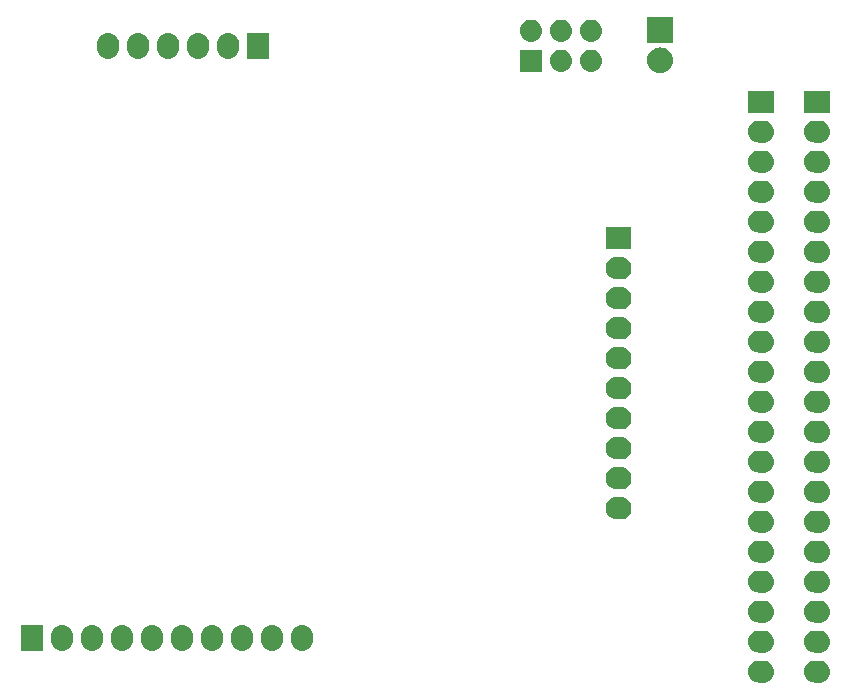
<source format=gbs>
G04 #@! TF.FileFunction,Soldermask,Bot*
%FSLAX46Y46*%
G04 Gerber Fmt 4.6, Leading zero omitted, Abs format (unit mm)*
G04 Created by KiCad (PCBNEW 4.0.6) date Sat Aug 26 00:36:03 2017*
%MOMM*%
%LPD*%
G01*
G04 APERTURE LIST*
%ADD10C,0.100000*%
G04 APERTURE END LIST*
D10*
G36*
X218668749Y-109710277D02*
X218668754Y-109710278D01*
X218670807Y-109710292D01*
X218853080Y-109730737D01*
X219027912Y-109786197D01*
X219188641Y-109874558D01*
X219329146Y-109992456D01*
X219444076Y-110135400D01*
X219529052Y-110297945D01*
X219580839Y-110473899D01*
X219580843Y-110473940D01*
X219580844Y-110473944D01*
X219597463Y-110656558D01*
X219579648Y-110826056D01*
X219578290Y-110838973D01*
X219524052Y-111014187D01*
X219436815Y-111175529D01*
X219319900Y-111316855D01*
X219177762Y-111432779D01*
X219015815Y-111518888D01*
X218840226Y-111571902D01*
X218657685Y-111589800D01*
X218342283Y-111589800D01*
X218331251Y-111589723D01*
X218331246Y-111589722D01*
X218329193Y-111589708D01*
X218146920Y-111569263D01*
X217972088Y-111513803D01*
X217811359Y-111425442D01*
X217670854Y-111307544D01*
X217555924Y-111164600D01*
X217470948Y-111002055D01*
X217419161Y-110826101D01*
X217419157Y-110826060D01*
X217419156Y-110826056D01*
X217402537Y-110643442D01*
X217421705Y-110461074D01*
X217421710Y-110461027D01*
X217475948Y-110285813D01*
X217563185Y-110124471D01*
X217680100Y-109983145D01*
X217822238Y-109867221D01*
X217984185Y-109781112D01*
X218159774Y-109728098D01*
X218342315Y-109710200D01*
X218657717Y-109710200D01*
X218668749Y-109710277D01*
X218668749Y-109710277D01*
G37*
G36*
X213948749Y-109710277D02*
X213948754Y-109710278D01*
X213950807Y-109710292D01*
X214133080Y-109730737D01*
X214307912Y-109786197D01*
X214468641Y-109874558D01*
X214609146Y-109992456D01*
X214724076Y-110135400D01*
X214809052Y-110297945D01*
X214860839Y-110473899D01*
X214860843Y-110473940D01*
X214860844Y-110473944D01*
X214877463Y-110656558D01*
X214859648Y-110826056D01*
X214858290Y-110838973D01*
X214804052Y-111014187D01*
X214716815Y-111175529D01*
X214599900Y-111316855D01*
X214457762Y-111432779D01*
X214295815Y-111518888D01*
X214120226Y-111571902D01*
X213937685Y-111589800D01*
X213622283Y-111589800D01*
X213611251Y-111589723D01*
X213611246Y-111589722D01*
X213609193Y-111589708D01*
X213426920Y-111569263D01*
X213252088Y-111513803D01*
X213091359Y-111425442D01*
X212950854Y-111307544D01*
X212835924Y-111164600D01*
X212750948Y-111002055D01*
X212699161Y-110826101D01*
X212699157Y-110826060D01*
X212699156Y-110826056D01*
X212682537Y-110643442D01*
X212701705Y-110461074D01*
X212701710Y-110461027D01*
X212755948Y-110285813D01*
X212843185Y-110124471D01*
X212960100Y-109983145D01*
X213102238Y-109867221D01*
X213264185Y-109781112D01*
X213439774Y-109728098D01*
X213622315Y-109710200D01*
X213937717Y-109710200D01*
X213948749Y-109710277D01*
X213948749Y-109710277D01*
G37*
G36*
X213948749Y-107170277D02*
X213948754Y-107170278D01*
X213950807Y-107170292D01*
X214133080Y-107190737D01*
X214307912Y-107246197D01*
X214468641Y-107334558D01*
X214609146Y-107452456D01*
X214724076Y-107595400D01*
X214809052Y-107757945D01*
X214860839Y-107933899D01*
X214860843Y-107933940D01*
X214860844Y-107933944D01*
X214877463Y-108116558D01*
X214859648Y-108286056D01*
X214858290Y-108298973D01*
X214804052Y-108474187D01*
X214716815Y-108635529D01*
X214599900Y-108776855D01*
X214457762Y-108892779D01*
X214295815Y-108978888D01*
X214120226Y-109031902D01*
X213937685Y-109049800D01*
X213622283Y-109049800D01*
X213611251Y-109049723D01*
X213611246Y-109049722D01*
X213609193Y-109049708D01*
X213426920Y-109029263D01*
X213252088Y-108973803D01*
X213091359Y-108885442D01*
X212950854Y-108767544D01*
X212835924Y-108624600D01*
X212750948Y-108462055D01*
X212699161Y-108286101D01*
X212699157Y-108286060D01*
X212699156Y-108286056D01*
X212682537Y-108103442D01*
X212701705Y-107921074D01*
X212701710Y-107921027D01*
X212755948Y-107745813D01*
X212843185Y-107584471D01*
X212960100Y-107443145D01*
X213102238Y-107327221D01*
X213264185Y-107241112D01*
X213439774Y-107188098D01*
X213622315Y-107170200D01*
X213937717Y-107170200D01*
X213948749Y-107170277D01*
X213948749Y-107170277D01*
G37*
G36*
X218668749Y-107170277D02*
X218668754Y-107170278D01*
X218670807Y-107170292D01*
X218853080Y-107190737D01*
X219027912Y-107246197D01*
X219188641Y-107334558D01*
X219329146Y-107452456D01*
X219444076Y-107595400D01*
X219529052Y-107757945D01*
X219580839Y-107933899D01*
X219580843Y-107933940D01*
X219580844Y-107933944D01*
X219597463Y-108116558D01*
X219579648Y-108286056D01*
X219578290Y-108298973D01*
X219524052Y-108474187D01*
X219436815Y-108635529D01*
X219319900Y-108776855D01*
X219177762Y-108892779D01*
X219015815Y-108978888D01*
X218840226Y-109031902D01*
X218657685Y-109049800D01*
X218342283Y-109049800D01*
X218331251Y-109049723D01*
X218331246Y-109049722D01*
X218329193Y-109049708D01*
X218146920Y-109029263D01*
X217972088Y-108973803D01*
X217811359Y-108885442D01*
X217670854Y-108767544D01*
X217555924Y-108624600D01*
X217470948Y-108462055D01*
X217419161Y-108286101D01*
X217419157Y-108286060D01*
X217419156Y-108286056D01*
X217402537Y-108103442D01*
X217421705Y-107921074D01*
X217421710Y-107921027D01*
X217475948Y-107745813D01*
X217563185Y-107584471D01*
X217680100Y-107443145D01*
X217822238Y-107327221D01*
X217984185Y-107241112D01*
X218159774Y-107188098D01*
X218342315Y-107170200D01*
X218657717Y-107170200D01*
X218668749Y-107170277D01*
X218668749Y-107170277D01*
G37*
G36*
X175098926Y-106711705D02*
X175098973Y-106711710D01*
X175274187Y-106765948D01*
X175435529Y-106853185D01*
X175576855Y-106970100D01*
X175692779Y-107112238D01*
X175778888Y-107274185D01*
X175831902Y-107449774D01*
X175849800Y-107632315D01*
X175849800Y-107947717D01*
X175849723Y-107958749D01*
X175849722Y-107958754D01*
X175849708Y-107960807D01*
X175829263Y-108143080D01*
X175773803Y-108317912D01*
X175685442Y-108478641D01*
X175567544Y-108619146D01*
X175424600Y-108734076D01*
X175262055Y-108819052D01*
X175086101Y-108870839D01*
X175086060Y-108870843D01*
X175086056Y-108870844D01*
X174903442Y-108887463D01*
X174721074Y-108868295D01*
X174721027Y-108868290D01*
X174545813Y-108814052D01*
X174384471Y-108726815D01*
X174243145Y-108609900D01*
X174127221Y-108467762D01*
X174041112Y-108305815D01*
X173988098Y-108130226D01*
X173970200Y-107947685D01*
X173970200Y-107632283D01*
X173970277Y-107621251D01*
X173970278Y-107621246D01*
X173970292Y-107619193D01*
X173990737Y-107436920D01*
X174046197Y-107262088D01*
X174134558Y-107101359D01*
X174252456Y-106960854D01*
X174395400Y-106845924D01*
X174557945Y-106760948D01*
X174733899Y-106709161D01*
X174733940Y-106709157D01*
X174733944Y-106709156D01*
X174916558Y-106692537D01*
X175098926Y-106711705D01*
X175098926Y-106711705D01*
G37*
G36*
X170018926Y-106711705D02*
X170018973Y-106711710D01*
X170194187Y-106765948D01*
X170355529Y-106853185D01*
X170496855Y-106970100D01*
X170612779Y-107112238D01*
X170698888Y-107274185D01*
X170751902Y-107449774D01*
X170769800Y-107632315D01*
X170769800Y-107947717D01*
X170769723Y-107958749D01*
X170769722Y-107958754D01*
X170769708Y-107960807D01*
X170749263Y-108143080D01*
X170693803Y-108317912D01*
X170605442Y-108478641D01*
X170487544Y-108619146D01*
X170344600Y-108734076D01*
X170182055Y-108819052D01*
X170006101Y-108870839D01*
X170006060Y-108870843D01*
X170006056Y-108870844D01*
X169823442Y-108887463D01*
X169641074Y-108868295D01*
X169641027Y-108868290D01*
X169465813Y-108814052D01*
X169304471Y-108726815D01*
X169163145Y-108609900D01*
X169047221Y-108467762D01*
X168961112Y-108305815D01*
X168908098Y-108130226D01*
X168890200Y-107947685D01*
X168890200Y-107632283D01*
X168890277Y-107621251D01*
X168890278Y-107621246D01*
X168890292Y-107619193D01*
X168910737Y-107436920D01*
X168966197Y-107262088D01*
X169054558Y-107101359D01*
X169172456Y-106960854D01*
X169315400Y-106845924D01*
X169477945Y-106760948D01*
X169653899Y-106709161D01*
X169653940Y-106709157D01*
X169653944Y-106709156D01*
X169836558Y-106692537D01*
X170018926Y-106711705D01*
X170018926Y-106711705D01*
G37*
G36*
X154778926Y-106711705D02*
X154778973Y-106711710D01*
X154954187Y-106765948D01*
X155115529Y-106853185D01*
X155256855Y-106970100D01*
X155372779Y-107112238D01*
X155458888Y-107274185D01*
X155511902Y-107449774D01*
X155529800Y-107632315D01*
X155529800Y-107947717D01*
X155529723Y-107958749D01*
X155529722Y-107958754D01*
X155529708Y-107960807D01*
X155509263Y-108143080D01*
X155453803Y-108317912D01*
X155365442Y-108478641D01*
X155247544Y-108619146D01*
X155104600Y-108734076D01*
X154942055Y-108819052D01*
X154766101Y-108870839D01*
X154766060Y-108870843D01*
X154766056Y-108870844D01*
X154583442Y-108887463D01*
X154401074Y-108868295D01*
X154401027Y-108868290D01*
X154225813Y-108814052D01*
X154064471Y-108726815D01*
X153923145Y-108609900D01*
X153807221Y-108467762D01*
X153721112Y-108305815D01*
X153668098Y-108130226D01*
X153650200Y-107947685D01*
X153650200Y-107632283D01*
X153650277Y-107621251D01*
X153650278Y-107621246D01*
X153650292Y-107619193D01*
X153670737Y-107436920D01*
X153726197Y-107262088D01*
X153814558Y-107101359D01*
X153932456Y-106960854D01*
X154075400Y-106845924D01*
X154237945Y-106760948D01*
X154413899Y-106709161D01*
X154413940Y-106709157D01*
X154413944Y-106709156D01*
X154596558Y-106692537D01*
X154778926Y-106711705D01*
X154778926Y-106711705D01*
G37*
G36*
X159858926Y-106711705D02*
X159858973Y-106711710D01*
X160034187Y-106765948D01*
X160195529Y-106853185D01*
X160336855Y-106970100D01*
X160452779Y-107112238D01*
X160538888Y-107274185D01*
X160591902Y-107449774D01*
X160609800Y-107632315D01*
X160609800Y-107947717D01*
X160609723Y-107958749D01*
X160609722Y-107958754D01*
X160609708Y-107960807D01*
X160589263Y-108143080D01*
X160533803Y-108317912D01*
X160445442Y-108478641D01*
X160327544Y-108619146D01*
X160184600Y-108734076D01*
X160022055Y-108819052D01*
X159846101Y-108870839D01*
X159846060Y-108870843D01*
X159846056Y-108870844D01*
X159663442Y-108887463D01*
X159481074Y-108868295D01*
X159481027Y-108868290D01*
X159305813Y-108814052D01*
X159144471Y-108726815D01*
X159003145Y-108609900D01*
X158887221Y-108467762D01*
X158801112Y-108305815D01*
X158748098Y-108130226D01*
X158730200Y-107947685D01*
X158730200Y-107632283D01*
X158730277Y-107621251D01*
X158730278Y-107621246D01*
X158730292Y-107619193D01*
X158750737Y-107436920D01*
X158806197Y-107262088D01*
X158894558Y-107101359D01*
X159012456Y-106960854D01*
X159155400Y-106845924D01*
X159317945Y-106760948D01*
X159493899Y-106709161D01*
X159493940Y-106709157D01*
X159493944Y-106709156D01*
X159676558Y-106692537D01*
X159858926Y-106711705D01*
X159858926Y-106711705D01*
G37*
G36*
X162398926Y-106711705D02*
X162398973Y-106711710D01*
X162574187Y-106765948D01*
X162735529Y-106853185D01*
X162876855Y-106970100D01*
X162992779Y-107112238D01*
X163078888Y-107274185D01*
X163131902Y-107449774D01*
X163149800Y-107632315D01*
X163149800Y-107947717D01*
X163149723Y-107958749D01*
X163149722Y-107958754D01*
X163149708Y-107960807D01*
X163129263Y-108143080D01*
X163073803Y-108317912D01*
X162985442Y-108478641D01*
X162867544Y-108619146D01*
X162724600Y-108734076D01*
X162562055Y-108819052D01*
X162386101Y-108870839D01*
X162386060Y-108870843D01*
X162386056Y-108870844D01*
X162203442Y-108887463D01*
X162021074Y-108868295D01*
X162021027Y-108868290D01*
X161845813Y-108814052D01*
X161684471Y-108726815D01*
X161543145Y-108609900D01*
X161427221Y-108467762D01*
X161341112Y-108305815D01*
X161288098Y-108130226D01*
X161270200Y-107947685D01*
X161270200Y-107632283D01*
X161270277Y-107621251D01*
X161270278Y-107621246D01*
X161270292Y-107619193D01*
X161290737Y-107436920D01*
X161346197Y-107262088D01*
X161434558Y-107101359D01*
X161552456Y-106960854D01*
X161695400Y-106845924D01*
X161857945Y-106760948D01*
X162033899Y-106709161D01*
X162033940Y-106709157D01*
X162033944Y-106709156D01*
X162216558Y-106692537D01*
X162398926Y-106711705D01*
X162398926Y-106711705D01*
G37*
G36*
X164938926Y-106711705D02*
X164938973Y-106711710D01*
X165114187Y-106765948D01*
X165275529Y-106853185D01*
X165416855Y-106970100D01*
X165532779Y-107112238D01*
X165618888Y-107274185D01*
X165671902Y-107449774D01*
X165689800Y-107632315D01*
X165689800Y-107947717D01*
X165689723Y-107958749D01*
X165689722Y-107958754D01*
X165689708Y-107960807D01*
X165669263Y-108143080D01*
X165613803Y-108317912D01*
X165525442Y-108478641D01*
X165407544Y-108619146D01*
X165264600Y-108734076D01*
X165102055Y-108819052D01*
X164926101Y-108870839D01*
X164926060Y-108870843D01*
X164926056Y-108870844D01*
X164743442Y-108887463D01*
X164561074Y-108868295D01*
X164561027Y-108868290D01*
X164385813Y-108814052D01*
X164224471Y-108726815D01*
X164083145Y-108609900D01*
X163967221Y-108467762D01*
X163881112Y-108305815D01*
X163828098Y-108130226D01*
X163810200Y-107947685D01*
X163810200Y-107632283D01*
X163810277Y-107621251D01*
X163810278Y-107621246D01*
X163810292Y-107619193D01*
X163830737Y-107436920D01*
X163886197Y-107262088D01*
X163974558Y-107101359D01*
X164092456Y-106960854D01*
X164235400Y-106845924D01*
X164397945Y-106760948D01*
X164573899Y-106709161D01*
X164573940Y-106709157D01*
X164573944Y-106709156D01*
X164756558Y-106692537D01*
X164938926Y-106711705D01*
X164938926Y-106711705D01*
G37*
G36*
X167478926Y-106711705D02*
X167478973Y-106711710D01*
X167654187Y-106765948D01*
X167815529Y-106853185D01*
X167956855Y-106970100D01*
X168072779Y-107112238D01*
X168158888Y-107274185D01*
X168211902Y-107449774D01*
X168229800Y-107632315D01*
X168229800Y-107947717D01*
X168229723Y-107958749D01*
X168229722Y-107958754D01*
X168229708Y-107960807D01*
X168209263Y-108143080D01*
X168153803Y-108317912D01*
X168065442Y-108478641D01*
X167947544Y-108619146D01*
X167804600Y-108734076D01*
X167642055Y-108819052D01*
X167466101Y-108870839D01*
X167466060Y-108870843D01*
X167466056Y-108870844D01*
X167283442Y-108887463D01*
X167101074Y-108868295D01*
X167101027Y-108868290D01*
X166925813Y-108814052D01*
X166764471Y-108726815D01*
X166623145Y-108609900D01*
X166507221Y-108467762D01*
X166421112Y-108305815D01*
X166368098Y-108130226D01*
X166350200Y-107947685D01*
X166350200Y-107632283D01*
X166350277Y-107621251D01*
X166350278Y-107621246D01*
X166350292Y-107619193D01*
X166370737Y-107436920D01*
X166426197Y-107262088D01*
X166514558Y-107101359D01*
X166632456Y-106960854D01*
X166775400Y-106845924D01*
X166937945Y-106760948D01*
X167113899Y-106709161D01*
X167113940Y-106709157D01*
X167113944Y-106709156D01*
X167296558Y-106692537D01*
X167478926Y-106711705D01*
X167478926Y-106711705D01*
G37*
G36*
X172558926Y-106711705D02*
X172558973Y-106711710D01*
X172734187Y-106765948D01*
X172895529Y-106853185D01*
X173036855Y-106970100D01*
X173152779Y-107112238D01*
X173238888Y-107274185D01*
X173291902Y-107449774D01*
X173309800Y-107632315D01*
X173309800Y-107947717D01*
X173309723Y-107958749D01*
X173309722Y-107958754D01*
X173309708Y-107960807D01*
X173289263Y-108143080D01*
X173233803Y-108317912D01*
X173145442Y-108478641D01*
X173027544Y-108619146D01*
X172884600Y-108734076D01*
X172722055Y-108819052D01*
X172546101Y-108870839D01*
X172546060Y-108870843D01*
X172546056Y-108870844D01*
X172363442Y-108887463D01*
X172181074Y-108868295D01*
X172181027Y-108868290D01*
X172005813Y-108814052D01*
X171844471Y-108726815D01*
X171703145Y-108609900D01*
X171587221Y-108467762D01*
X171501112Y-108305815D01*
X171448098Y-108130226D01*
X171430200Y-107947685D01*
X171430200Y-107632283D01*
X171430277Y-107621251D01*
X171430278Y-107621246D01*
X171430292Y-107619193D01*
X171450737Y-107436920D01*
X171506197Y-107262088D01*
X171594558Y-107101359D01*
X171712456Y-106960854D01*
X171855400Y-106845924D01*
X172017945Y-106760948D01*
X172193899Y-106709161D01*
X172193940Y-106709157D01*
X172193944Y-106709156D01*
X172376558Y-106692537D01*
X172558926Y-106711705D01*
X172558926Y-106711705D01*
G37*
G36*
X157318926Y-106711705D02*
X157318973Y-106711710D01*
X157494187Y-106765948D01*
X157655529Y-106853185D01*
X157796855Y-106970100D01*
X157912779Y-107112238D01*
X157998888Y-107274185D01*
X158051902Y-107449774D01*
X158069800Y-107632315D01*
X158069800Y-107947717D01*
X158069723Y-107958749D01*
X158069722Y-107958754D01*
X158069708Y-107960807D01*
X158049263Y-108143080D01*
X157993803Y-108317912D01*
X157905442Y-108478641D01*
X157787544Y-108619146D01*
X157644600Y-108734076D01*
X157482055Y-108819052D01*
X157306101Y-108870839D01*
X157306060Y-108870843D01*
X157306056Y-108870844D01*
X157123442Y-108887463D01*
X156941074Y-108868295D01*
X156941027Y-108868290D01*
X156765813Y-108814052D01*
X156604471Y-108726815D01*
X156463145Y-108609900D01*
X156347221Y-108467762D01*
X156261112Y-108305815D01*
X156208098Y-108130226D01*
X156190200Y-107947685D01*
X156190200Y-107632283D01*
X156190277Y-107621251D01*
X156190278Y-107621246D01*
X156190292Y-107619193D01*
X156210737Y-107436920D01*
X156266197Y-107262088D01*
X156354558Y-107101359D01*
X156472456Y-106960854D01*
X156615400Y-106845924D01*
X156777945Y-106760948D01*
X156953899Y-106709161D01*
X156953940Y-106709157D01*
X156953944Y-106709156D01*
X157136558Y-106692537D01*
X157318926Y-106711705D01*
X157318926Y-106711705D01*
G37*
G36*
X152989800Y-108882200D02*
X151110200Y-108882200D01*
X151110200Y-106697800D01*
X152989800Y-106697800D01*
X152989800Y-108882200D01*
X152989800Y-108882200D01*
G37*
G36*
X213948749Y-104630277D02*
X213948754Y-104630278D01*
X213950807Y-104630292D01*
X214133080Y-104650737D01*
X214307912Y-104706197D01*
X214468641Y-104794558D01*
X214609146Y-104912456D01*
X214724076Y-105055400D01*
X214809052Y-105217945D01*
X214860839Y-105393899D01*
X214860843Y-105393940D01*
X214860844Y-105393944D01*
X214877463Y-105576558D01*
X214859648Y-105746056D01*
X214858290Y-105758973D01*
X214804052Y-105934187D01*
X214716815Y-106095529D01*
X214599900Y-106236855D01*
X214457762Y-106352779D01*
X214295815Y-106438888D01*
X214120226Y-106491902D01*
X213937685Y-106509800D01*
X213622283Y-106509800D01*
X213611251Y-106509723D01*
X213611246Y-106509722D01*
X213609193Y-106509708D01*
X213426920Y-106489263D01*
X213252088Y-106433803D01*
X213091359Y-106345442D01*
X212950854Y-106227544D01*
X212835924Y-106084600D01*
X212750948Y-105922055D01*
X212699161Y-105746101D01*
X212699157Y-105746060D01*
X212699156Y-105746056D01*
X212682537Y-105563442D01*
X212701705Y-105381074D01*
X212701710Y-105381027D01*
X212755948Y-105205813D01*
X212843185Y-105044471D01*
X212960100Y-104903145D01*
X213102238Y-104787221D01*
X213264185Y-104701112D01*
X213439774Y-104648098D01*
X213622315Y-104630200D01*
X213937717Y-104630200D01*
X213948749Y-104630277D01*
X213948749Y-104630277D01*
G37*
G36*
X218668749Y-104630277D02*
X218668754Y-104630278D01*
X218670807Y-104630292D01*
X218853080Y-104650737D01*
X219027912Y-104706197D01*
X219188641Y-104794558D01*
X219329146Y-104912456D01*
X219444076Y-105055400D01*
X219529052Y-105217945D01*
X219580839Y-105393899D01*
X219580843Y-105393940D01*
X219580844Y-105393944D01*
X219597463Y-105576558D01*
X219579648Y-105746056D01*
X219578290Y-105758973D01*
X219524052Y-105934187D01*
X219436815Y-106095529D01*
X219319900Y-106236855D01*
X219177762Y-106352779D01*
X219015815Y-106438888D01*
X218840226Y-106491902D01*
X218657685Y-106509800D01*
X218342283Y-106509800D01*
X218331251Y-106509723D01*
X218331246Y-106509722D01*
X218329193Y-106509708D01*
X218146920Y-106489263D01*
X217972088Y-106433803D01*
X217811359Y-106345442D01*
X217670854Y-106227544D01*
X217555924Y-106084600D01*
X217470948Y-105922055D01*
X217419161Y-105746101D01*
X217419157Y-105746060D01*
X217419156Y-105746056D01*
X217402537Y-105563442D01*
X217421705Y-105381074D01*
X217421710Y-105381027D01*
X217475948Y-105205813D01*
X217563185Y-105044471D01*
X217680100Y-104903145D01*
X217822238Y-104787221D01*
X217984185Y-104701112D01*
X218159774Y-104648098D01*
X218342315Y-104630200D01*
X218657717Y-104630200D01*
X218668749Y-104630277D01*
X218668749Y-104630277D01*
G37*
G36*
X213948749Y-102090277D02*
X213948754Y-102090278D01*
X213950807Y-102090292D01*
X214133080Y-102110737D01*
X214307912Y-102166197D01*
X214468641Y-102254558D01*
X214609146Y-102372456D01*
X214724076Y-102515400D01*
X214809052Y-102677945D01*
X214860839Y-102853899D01*
X214860843Y-102853940D01*
X214860844Y-102853944D01*
X214877463Y-103036558D01*
X214859648Y-103206056D01*
X214858290Y-103218973D01*
X214804052Y-103394187D01*
X214716815Y-103555529D01*
X214599900Y-103696855D01*
X214457762Y-103812779D01*
X214295815Y-103898888D01*
X214120226Y-103951902D01*
X213937685Y-103969800D01*
X213622283Y-103969800D01*
X213611251Y-103969723D01*
X213611246Y-103969722D01*
X213609193Y-103969708D01*
X213426920Y-103949263D01*
X213252088Y-103893803D01*
X213091359Y-103805442D01*
X212950854Y-103687544D01*
X212835924Y-103544600D01*
X212750948Y-103382055D01*
X212699161Y-103206101D01*
X212699157Y-103206060D01*
X212699156Y-103206056D01*
X212682537Y-103023442D01*
X212701705Y-102841074D01*
X212701710Y-102841027D01*
X212755948Y-102665813D01*
X212843185Y-102504471D01*
X212960100Y-102363145D01*
X213102238Y-102247221D01*
X213264185Y-102161112D01*
X213439774Y-102108098D01*
X213622315Y-102090200D01*
X213937717Y-102090200D01*
X213948749Y-102090277D01*
X213948749Y-102090277D01*
G37*
G36*
X218668749Y-102090277D02*
X218668754Y-102090278D01*
X218670807Y-102090292D01*
X218853080Y-102110737D01*
X219027912Y-102166197D01*
X219188641Y-102254558D01*
X219329146Y-102372456D01*
X219444076Y-102515400D01*
X219529052Y-102677945D01*
X219580839Y-102853899D01*
X219580843Y-102853940D01*
X219580844Y-102853944D01*
X219597463Y-103036558D01*
X219579648Y-103206056D01*
X219578290Y-103218973D01*
X219524052Y-103394187D01*
X219436815Y-103555529D01*
X219319900Y-103696855D01*
X219177762Y-103812779D01*
X219015815Y-103898888D01*
X218840226Y-103951902D01*
X218657685Y-103969800D01*
X218342283Y-103969800D01*
X218331251Y-103969723D01*
X218331246Y-103969722D01*
X218329193Y-103969708D01*
X218146920Y-103949263D01*
X217972088Y-103893803D01*
X217811359Y-103805442D01*
X217670854Y-103687544D01*
X217555924Y-103544600D01*
X217470948Y-103382055D01*
X217419161Y-103206101D01*
X217419157Y-103206060D01*
X217419156Y-103206056D01*
X217402537Y-103023442D01*
X217421705Y-102841074D01*
X217421710Y-102841027D01*
X217475948Y-102665813D01*
X217563185Y-102504471D01*
X217680100Y-102363145D01*
X217822238Y-102247221D01*
X217984185Y-102161112D01*
X218159774Y-102108098D01*
X218342315Y-102090200D01*
X218657717Y-102090200D01*
X218668749Y-102090277D01*
X218668749Y-102090277D01*
G37*
G36*
X218668749Y-99550277D02*
X218668754Y-99550278D01*
X218670807Y-99550292D01*
X218853080Y-99570737D01*
X219027912Y-99626197D01*
X219188641Y-99714558D01*
X219329146Y-99832456D01*
X219444076Y-99975400D01*
X219529052Y-100137945D01*
X219580839Y-100313899D01*
X219580843Y-100313940D01*
X219580844Y-100313944D01*
X219597463Y-100496558D01*
X219579648Y-100666056D01*
X219578290Y-100678973D01*
X219524052Y-100854187D01*
X219436815Y-101015529D01*
X219319900Y-101156855D01*
X219177762Y-101272779D01*
X219015815Y-101358888D01*
X218840226Y-101411902D01*
X218657685Y-101429800D01*
X218342283Y-101429800D01*
X218331251Y-101429723D01*
X218331246Y-101429722D01*
X218329193Y-101429708D01*
X218146920Y-101409263D01*
X217972088Y-101353803D01*
X217811359Y-101265442D01*
X217670854Y-101147544D01*
X217555924Y-101004600D01*
X217470948Y-100842055D01*
X217419161Y-100666101D01*
X217419157Y-100666060D01*
X217419156Y-100666056D01*
X217402537Y-100483442D01*
X217421705Y-100301074D01*
X217421710Y-100301027D01*
X217475948Y-100125813D01*
X217563185Y-99964471D01*
X217680100Y-99823145D01*
X217822238Y-99707221D01*
X217984185Y-99621112D01*
X218159774Y-99568098D01*
X218342315Y-99550200D01*
X218657717Y-99550200D01*
X218668749Y-99550277D01*
X218668749Y-99550277D01*
G37*
G36*
X213948749Y-99550277D02*
X213948754Y-99550278D01*
X213950807Y-99550292D01*
X214133080Y-99570737D01*
X214307912Y-99626197D01*
X214468641Y-99714558D01*
X214609146Y-99832456D01*
X214724076Y-99975400D01*
X214809052Y-100137945D01*
X214860839Y-100313899D01*
X214860843Y-100313940D01*
X214860844Y-100313944D01*
X214877463Y-100496558D01*
X214859648Y-100666056D01*
X214858290Y-100678973D01*
X214804052Y-100854187D01*
X214716815Y-101015529D01*
X214599900Y-101156855D01*
X214457762Y-101272779D01*
X214295815Y-101358888D01*
X214120226Y-101411902D01*
X213937685Y-101429800D01*
X213622283Y-101429800D01*
X213611251Y-101429723D01*
X213611246Y-101429722D01*
X213609193Y-101429708D01*
X213426920Y-101409263D01*
X213252088Y-101353803D01*
X213091359Y-101265442D01*
X212950854Y-101147544D01*
X212835924Y-101004600D01*
X212750948Y-100842055D01*
X212699161Y-100666101D01*
X212699157Y-100666060D01*
X212699156Y-100666056D01*
X212682537Y-100483442D01*
X212701705Y-100301074D01*
X212701710Y-100301027D01*
X212755948Y-100125813D01*
X212843185Y-99964471D01*
X212960100Y-99823145D01*
X213102238Y-99707221D01*
X213264185Y-99621112D01*
X213439774Y-99568098D01*
X213622315Y-99550200D01*
X213937717Y-99550200D01*
X213948749Y-99550277D01*
X213948749Y-99550277D01*
G37*
G36*
X213948749Y-97010277D02*
X213948754Y-97010278D01*
X213950807Y-97010292D01*
X214133080Y-97030737D01*
X214307912Y-97086197D01*
X214468641Y-97174558D01*
X214609146Y-97292456D01*
X214724076Y-97435400D01*
X214809052Y-97597945D01*
X214860839Y-97773899D01*
X214860843Y-97773940D01*
X214860844Y-97773944D01*
X214877463Y-97956558D01*
X214859648Y-98126056D01*
X214858290Y-98138973D01*
X214804052Y-98314187D01*
X214716815Y-98475529D01*
X214599900Y-98616855D01*
X214457762Y-98732779D01*
X214295815Y-98818888D01*
X214120226Y-98871902D01*
X213937685Y-98889800D01*
X213622283Y-98889800D01*
X213611251Y-98889723D01*
X213611246Y-98889722D01*
X213609193Y-98889708D01*
X213426920Y-98869263D01*
X213252088Y-98813803D01*
X213091359Y-98725442D01*
X212950854Y-98607544D01*
X212835924Y-98464600D01*
X212750948Y-98302055D01*
X212699161Y-98126101D01*
X212699157Y-98126060D01*
X212699156Y-98126056D01*
X212682537Y-97943442D01*
X212701705Y-97761074D01*
X212701710Y-97761027D01*
X212755948Y-97585813D01*
X212843185Y-97424471D01*
X212960100Y-97283145D01*
X213102238Y-97167221D01*
X213264185Y-97081112D01*
X213439774Y-97028098D01*
X213622315Y-97010200D01*
X213937717Y-97010200D01*
X213948749Y-97010277D01*
X213948749Y-97010277D01*
G37*
G36*
X218668749Y-97010277D02*
X218668754Y-97010278D01*
X218670807Y-97010292D01*
X218853080Y-97030737D01*
X219027912Y-97086197D01*
X219188641Y-97174558D01*
X219329146Y-97292456D01*
X219444076Y-97435400D01*
X219529052Y-97597945D01*
X219580839Y-97773899D01*
X219580843Y-97773940D01*
X219580844Y-97773944D01*
X219597463Y-97956558D01*
X219579648Y-98126056D01*
X219578290Y-98138973D01*
X219524052Y-98314187D01*
X219436815Y-98475529D01*
X219319900Y-98616855D01*
X219177762Y-98732779D01*
X219015815Y-98818888D01*
X218840226Y-98871902D01*
X218657685Y-98889800D01*
X218342283Y-98889800D01*
X218331251Y-98889723D01*
X218331246Y-98889722D01*
X218329193Y-98889708D01*
X218146920Y-98869263D01*
X217972088Y-98813803D01*
X217811359Y-98725442D01*
X217670854Y-98607544D01*
X217555924Y-98464600D01*
X217470948Y-98302055D01*
X217419161Y-98126101D01*
X217419157Y-98126060D01*
X217419156Y-98126056D01*
X217402537Y-97943442D01*
X217421705Y-97761074D01*
X217421710Y-97761027D01*
X217475948Y-97585813D01*
X217563185Y-97424471D01*
X217680100Y-97283145D01*
X217822238Y-97167221D01*
X217984185Y-97081112D01*
X218159774Y-97028098D01*
X218342315Y-97010200D01*
X218657717Y-97010200D01*
X218668749Y-97010277D01*
X218668749Y-97010277D01*
G37*
G36*
X201878749Y-95880277D02*
X201878754Y-95880278D01*
X201880807Y-95880292D01*
X202063080Y-95900737D01*
X202237912Y-95956197D01*
X202398641Y-96044558D01*
X202539146Y-96162456D01*
X202654076Y-96305400D01*
X202739052Y-96467945D01*
X202790839Y-96643899D01*
X202790843Y-96643940D01*
X202790844Y-96643944D01*
X202807463Y-96826558D01*
X202789648Y-96996056D01*
X202788290Y-97008973D01*
X202734052Y-97184187D01*
X202646815Y-97345529D01*
X202529900Y-97486855D01*
X202387762Y-97602779D01*
X202225815Y-97688888D01*
X202050226Y-97741902D01*
X201867685Y-97759800D01*
X201552283Y-97759800D01*
X201541251Y-97759723D01*
X201541246Y-97759722D01*
X201539193Y-97759708D01*
X201356920Y-97739263D01*
X201182088Y-97683803D01*
X201021359Y-97595442D01*
X200880854Y-97477544D01*
X200765924Y-97334600D01*
X200680948Y-97172055D01*
X200629161Y-96996101D01*
X200629157Y-96996060D01*
X200629156Y-96996056D01*
X200612537Y-96813442D01*
X200631705Y-96631074D01*
X200631710Y-96631027D01*
X200685948Y-96455813D01*
X200773185Y-96294471D01*
X200890100Y-96153145D01*
X201032238Y-96037221D01*
X201194185Y-95951112D01*
X201369774Y-95898098D01*
X201552315Y-95880200D01*
X201867717Y-95880200D01*
X201878749Y-95880277D01*
X201878749Y-95880277D01*
G37*
G36*
X218668749Y-94470277D02*
X218668754Y-94470278D01*
X218670807Y-94470292D01*
X218853080Y-94490737D01*
X219027912Y-94546197D01*
X219188641Y-94634558D01*
X219329146Y-94752456D01*
X219444076Y-94895400D01*
X219529052Y-95057945D01*
X219580839Y-95233899D01*
X219580843Y-95233940D01*
X219580844Y-95233944D01*
X219597463Y-95416558D01*
X219579648Y-95586056D01*
X219578290Y-95598973D01*
X219524052Y-95774187D01*
X219436815Y-95935529D01*
X219319900Y-96076855D01*
X219177762Y-96192779D01*
X219015815Y-96278888D01*
X218840226Y-96331902D01*
X218657685Y-96349800D01*
X218342283Y-96349800D01*
X218331251Y-96349723D01*
X218331246Y-96349722D01*
X218329193Y-96349708D01*
X218146920Y-96329263D01*
X217972088Y-96273803D01*
X217811359Y-96185442D01*
X217670854Y-96067544D01*
X217555924Y-95924600D01*
X217470948Y-95762055D01*
X217419161Y-95586101D01*
X217419157Y-95586060D01*
X217419156Y-95586056D01*
X217402537Y-95403442D01*
X217421705Y-95221074D01*
X217421710Y-95221027D01*
X217475948Y-95045813D01*
X217563185Y-94884471D01*
X217680100Y-94743145D01*
X217822238Y-94627221D01*
X217984185Y-94541112D01*
X218159774Y-94488098D01*
X218342315Y-94470200D01*
X218657717Y-94470200D01*
X218668749Y-94470277D01*
X218668749Y-94470277D01*
G37*
G36*
X213948749Y-94470277D02*
X213948754Y-94470278D01*
X213950807Y-94470292D01*
X214133080Y-94490737D01*
X214307912Y-94546197D01*
X214468641Y-94634558D01*
X214609146Y-94752456D01*
X214724076Y-94895400D01*
X214809052Y-95057945D01*
X214860839Y-95233899D01*
X214860843Y-95233940D01*
X214860844Y-95233944D01*
X214877463Y-95416558D01*
X214859648Y-95586056D01*
X214858290Y-95598973D01*
X214804052Y-95774187D01*
X214716815Y-95935529D01*
X214599900Y-96076855D01*
X214457762Y-96192779D01*
X214295815Y-96278888D01*
X214120226Y-96331902D01*
X213937685Y-96349800D01*
X213622283Y-96349800D01*
X213611251Y-96349723D01*
X213611246Y-96349722D01*
X213609193Y-96349708D01*
X213426920Y-96329263D01*
X213252088Y-96273803D01*
X213091359Y-96185442D01*
X212950854Y-96067544D01*
X212835924Y-95924600D01*
X212750948Y-95762055D01*
X212699161Y-95586101D01*
X212699157Y-95586060D01*
X212699156Y-95586056D01*
X212682537Y-95403442D01*
X212701705Y-95221074D01*
X212701710Y-95221027D01*
X212755948Y-95045813D01*
X212843185Y-94884471D01*
X212960100Y-94743145D01*
X213102238Y-94627221D01*
X213264185Y-94541112D01*
X213439774Y-94488098D01*
X213622315Y-94470200D01*
X213937717Y-94470200D01*
X213948749Y-94470277D01*
X213948749Y-94470277D01*
G37*
G36*
X201878749Y-93340277D02*
X201878754Y-93340278D01*
X201880807Y-93340292D01*
X202063080Y-93360737D01*
X202237912Y-93416197D01*
X202398641Y-93504558D01*
X202539146Y-93622456D01*
X202654076Y-93765400D01*
X202739052Y-93927945D01*
X202790839Y-94103899D01*
X202790843Y-94103940D01*
X202790844Y-94103944D01*
X202807463Y-94286558D01*
X202789648Y-94456056D01*
X202788290Y-94468973D01*
X202734052Y-94644187D01*
X202646815Y-94805529D01*
X202529900Y-94946855D01*
X202387762Y-95062779D01*
X202225815Y-95148888D01*
X202050226Y-95201902D01*
X201867685Y-95219800D01*
X201552283Y-95219800D01*
X201541251Y-95219723D01*
X201541246Y-95219722D01*
X201539193Y-95219708D01*
X201356920Y-95199263D01*
X201182088Y-95143803D01*
X201021359Y-95055442D01*
X200880854Y-94937544D01*
X200765924Y-94794600D01*
X200680948Y-94632055D01*
X200629161Y-94456101D01*
X200629157Y-94456060D01*
X200629156Y-94456056D01*
X200612537Y-94273442D01*
X200631705Y-94091074D01*
X200631710Y-94091027D01*
X200685948Y-93915813D01*
X200773185Y-93754471D01*
X200890100Y-93613145D01*
X201032238Y-93497221D01*
X201194185Y-93411112D01*
X201369774Y-93358098D01*
X201552315Y-93340200D01*
X201867717Y-93340200D01*
X201878749Y-93340277D01*
X201878749Y-93340277D01*
G37*
G36*
X213948749Y-91930277D02*
X213948754Y-91930278D01*
X213950807Y-91930292D01*
X214133080Y-91950737D01*
X214307912Y-92006197D01*
X214468641Y-92094558D01*
X214609146Y-92212456D01*
X214724076Y-92355400D01*
X214809052Y-92517945D01*
X214860839Y-92693899D01*
X214860843Y-92693940D01*
X214860844Y-92693944D01*
X214877463Y-92876558D01*
X214859648Y-93046056D01*
X214858290Y-93058973D01*
X214804052Y-93234187D01*
X214716815Y-93395529D01*
X214599900Y-93536855D01*
X214457762Y-93652779D01*
X214295815Y-93738888D01*
X214120226Y-93791902D01*
X213937685Y-93809800D01*
X213622283Y-93809800D01*
X213611251Y-93809723D01*
X213611246Y-93809722D01*
X213609193Y-93809708D01*
X213426920Y-93789263D01*
X213252088Y-93733803D01*
X213091359Y-93645442D01*
X212950854Y-93527544D01*
X212835924Y-93384600D01*
X212750948Y-93222055D01*
X212699161Y-93046101D01*
X212699157Y-93046060D01*
X212699156Y-93046056D01*
X212682537Y-92863442D01*
X212701705Y-92681074D01*
X212701710Y-92681027D01*
X212755948Y-92505813D01*
X212843185Y-92344471D01*
X212960100Y-92203145D01*
X213102238Y-92087221D01*
X213264185Y-92001112D01*
X213439774Y-91948098D01*
X213622315Y-91930200D01*
X213937717Y-91930200D01*
X213948749Y-91930277D01*
X213948749Y-91930277D01*
G37*
G36*
X218668749Y-91930277D02*
X218668754Y-91930278D01*
X218670807Y-91930292D01*
X218853080Y-91950737D01*
X219027912Y-92006197D01*
X219188641Y-92094558D01*
X219329146Y-92212456D01*
X219444076Y-92355400D01*
X219529052Y-92517945D01*
X219580839Y-92693899D01*
X219580843Y-92693940D01*
X219580844Y-92693944D01*
X219597463Y-92876558D01*
X219579648Y-93046056D01*
X219578290Y-93058973D01*
X219524052Y-93234187D01*
X219436815Y-93395529D01*
X219319900Y-93536855D01*
X219177762Y-93652779D01*
X219015815Y-93738888D01*
X218840226Y-93791902D01*
X218657685Y-93809800D01*
X218342283Y-93809800D01*
X218331251Y-93809723D01*
X218331246Y-93809722D01*
X218329193Y-93809708D01*
X218146920Y-93789263D01*
X217972088Y-93733803D01*
X217811359Y-93645442D01*
X217670854Y-93527544D01*
X217555924Y-93384600D01*
X217470948Y-93222055D01*
X217419161Y-93046101D01*
X217419157Y-93046060D01*
X217419156Y-93046056D01*
X217402537Y-92863442D01*
X217421705Y-92681074D01*
X217421710Y-92681027D01*
X217475948Y-92505813D01*
X217563185Y-92344471D01*
X217680100Y-92203145D01*
X217822238Y-92087221D01*
X217984185Y-92001112D01*
X218159774Y-91948098D01*
X218342315Y-91930200D01*
X218657717Y-91930200D01*
X218668749Y-91930277D01*
X218668749Y-91930277D01*
G37*
G36*
X201878749Y-90800277D02*
X201878754Y-90800278D01*
X201880807Y-90800292D01*
X202063080Y-90820737D01*
X202237912Y-90876197D01*
X202398641Y-90964558D01*
X202539146Y-91082456D01*
X202654076Y-91225400D01*
X202739052Y-91387945D01*
X202790839Y-91563899D01*
X202790843Y-91563940D01*
X202790844Y-91563944D01*
X202807463Y-91746558D01*
X202789648Y-91916056D01*
X202788290Y-91928973D01*
X202734052Y-92104187D01*
X202646815Y-92265529D01*
X202529900Y-92406855D01*
X202387762Y-92522779D01*
X202225815Y-92608888D01*
X202050226Y-92661902D01*
X201867685Y-92679800D01*
X201552283Y-92679800D01*
X201541251Y-92679723D01*
X201541246Y-92679722D01*
X201539193Y-92679708D01*
X201356920Y-92659263D01*
X201182088Y-92603803D01*
X201021359Y-92515442D01*
X200880854Y-92397544D01*
X200765924Y-92254600D01*
X200680948Y-92092055D01*
X200629161Y-91916101D01*
X200629157Y-91916060D01*
X200629156Y-91916056D01*
X200612537Y-91733442D01*
X200631705Y-91551074D01*
X200631710Y-91551027D01*
X200685948Y-91375813D01*
X200773185Y-91214471D01*
X200890100Y-91073145D01*
X201032238Y-90957221D01*
X201194185Y-90871112D01*
X201369774Y-90818098D01*
X201552315Y-90800200D01*
X201867717Y-90800200D01*
X201878749Y-90800277D01*
X201878749Y-90800277D01*
G37*
G36*
X213948749Y-89390277D02*
X213948754Y-89390278D01*
X213950807Y-89390292D01*
X214133080Y-89410737D01*
X214307912Y-89466197D01*
X214468641Y-89554558D01*
X214609146Y-89672456D01*
X214724076Y-89815400D01*
X214809052Y-89977945D01*
X214860839Y-90153899D01*
X214860843Y-90153940D01*
X214860844Y-90153944D01*
X214877463Y-90336558D01*
X214859648Y-90506056D01*
X214858290Y-90518973D01*
X214804052Y-90694187D01*
X214716815Y-90855529D01*
X214599900Y-90996855D01*
X214457762Y-91112779D01*
X214295815Y-91198888D01*
X214120226Y-91251902D01*
X213937685Y-91269800D01*
X213622283Y-91269800D01*
X213611251Y-91269723D01*
X213611246Y-91269722D01*
X213609193Y-91269708D01*
X213426920Y-91249263D01*
X213252088Y-91193803D01*
X213091359Y-91105442D01*
X212950854Y-90987544D01*
X212835924Y-90844600D01*
X212750948Y-90682055D01*
X212699161Y-90506101D01*
X212699157Y-90506060D01*
X212699156Y-90506056D01*
X212682537Y-90323442D01*
X212701705Y-90141074D01*
X212701710Y-90141027D01*
X212755948Y-89965813D01*
X212843185Y-89804471D01*
X212960100Y-89663145D01*
X213102238Y-89547221D01*
X213264185Y-89461112D01*
X213439774Y-89408098D01*
X213622315Y-89390200D01*
X213937717Y-89390200D01*
X213948749Y-89390277D01*
X213948749Y-89390277D01*
G37*
G36*
X218668749Y-89390277D02*
X218668754Y-89390278D01*
X218670807Y-89390292D01*
X218853080Y-89410737D01*
X219027912Y-89466197D01*
X219188641Y-89554558D01*
X219329146Y-89672456D01*
X219444076Y-89815400D01*
X219529052Y-89977945D01*
X219580839Y-90153899D01*
X219580843Y-90153940D01*
X219580844Y-90153944D01*
X219597463Y-90336558D01*
X219579648Y-90506056D01*
X219578290Y-90518973D01*
X219524052Y-90694187D01*
X219436815Y-90855529D01*
X219319900Y-90996855D01*
X219177762Y-91112779D01*
X219015815Y-91198888D01*
X218840226Y-91251902D01*
X218657685Y-91269800D01*
X218342283Y-91269800D01*
X218331251Y-91269723D01*
X218331246Y-91269722D01*
X218329193Y-91269708D01*
X218146920Y-91249263D01*
X217972088Y-91193803D01*
X217811359Y-91105442D01*
X217670854Y-90987544D01*
X217555924Y-90844600D01*
X217470948Y-90682055D01*
X217419161Y-90506101D01*
X217419157Y-90506060D01*
X217419156Y-90506056D01*
X217402537Y-90323442D01*
X217421705Y-90141074D01*
X217421710Y-90141027D01*
X217475948Y-89965813D01*
X217563185Y-89804471D01*
X217680100Y-89663145D01*
X217822238Y-89547221D01*
X217984185Y-89461112D01*
X218159774Y-89408098D01*
X218342315Y-89390200D01*
X218657717Y-89390200D01*
X218668749Y-89390277D01*
X218668749Y-89390277D01*
G37*
G36*
X201878749Y-88260277D02*
X201878754Y-88260278D01*
X201880807Y-88260292D01*
X202063080Y-88280737D01*
X202237912Y-88336197D01*
X202398641Y-88424558D01*
X202539146Y-88542456D01*
X202654076Y-88685400D01*
X202739052Y-88847945D01*
X202790839Y-89023899D01*
X202790843Y-89023940D01*
X202790844Y-89023944D01*
X202807463Y-89206558D01*
X202789648Y-89376056D01*
X202788290Y-89388973D01*
X202734052Y-89564187D01*
X202646815Y-89725529D01*
X202529900Y-89866855D01*
X202387762Y-89982779D01*
X202225815Y-90068888D01*
X202050226Y-90121902D01*
X201867685Y-90139800D01*
X201552283Y-90139800D01*
X201541251Y-90139723D01*
X201541246Y-90139722D01*
X201539193Y-90139708D01*
X201356920Y-90119263D01*
X201182088Y-90063803D01*
X201021359Y-89975442D01*
X200880854Y-89857544D01*
X200765924Y-89714600D01*
X200680948Y-89552055D01*
X200629161Y-89376101D01*
X200629157Y-89376060D01*
X200629156Y-89376056D01*
X200612537Y-89193442D01*
X200631705Y-89011074D01*
X200631710Y-89011027D01*
X200685948Y-88835813D01*
X200773185Y-88674471D01*
X200890100Y-88533145D01*
X201032238Y-88417221D01*
X201194185Y-88331112D01*
X201369774Y-88278098D01*
X201552315Y-88260200D01*
X201867717Y-88260200D01*
X201878749Y-88260277D01*
X201878749Y-88260277D01*
G37*
G36*
X213948749Y-86850277D02*
X213948754Y-86850278D01*
X213950807Y-86850292D01*
X214133080Y-86870737D01*
X214307912Y-86926197D01*
X214468641Y-87014558D01*
X214609146Y-87132456D01*
X214724076Y-87275400D01*
X214809052Y-87437945D01*
X214860839Y-87613899D01*
X214860843Y-87613940D01*
X214860844Y-87613944D01*
X214877463Y-87796558D01*
X214859648Y-87966056D01*
X214858290Y-87978973D01*
X214804052Y-88154187D01*
X214716815Y-88315529D01*
X214599900Y-88456855D01*
X214457762Y-88572779D01*
X214295815Y-88658888D01*
X214120226Y-88711902D01*
X213937685Y-88729800D01*
X213622283Y-88729800D01*
X213611251Y-88729723D01*
X213611246Y-88729722D01*
X213609193Y-88729708D01*
X213426920Y-88709263D01*
X213252088Y-88653803D01*
X213091359Y-88565442D01*
X212950854Y-88447544D01*
X212835924Y-88304600D01*
X212750948Y-88142055D01*
X212699161Y-87966101D01*
X212699157Y-87966060D01*
X212699156Y-87966056D01*
X212682537Y-87783442D01*
X212701705Y-87601074D01*
X212701710Y-87601027D01*
X212755948Y-87425813D01*
X212843185Y-87264471D01*
X212960100Y-87123145D01*
X213102238Y-87007221D01*
X213264185Y-86921112D01*
X213439774Y-86868098D01*
X213622315Y-86850200D01*
X213937717Y-86850200D01*
X213948749Y-86850277D01*
X213948749Y-86850277D01*
G37*
G36*
X218668749Y-86850277D02*
X218668754Y-86850278D01*
X218670807Y-86850292D01*
X218853080Y-86870737D01*
X219027912Y-86926197D01*
X219188641Y-87014558D01*
X219329146Y-87132456D01*
X219444076Y-87275400D01*
X219529052Y-87437945D01*
X219580839Y-87613899D01*
X219580843Y-87613940D01*
X219580844Y-87613944D01*
X219597463Y-87796558D01*
X219579648Y-87966056D01*
X219578290Y-87978973D01*
X219524052Y-88154187D01*
X219436815Y-88315529D01*
X219319900Y-88456855D01*
X219177762Y-88572779D01*
X219015815Y-88658888D01*
X218840226Y-88711902D01*
X218657685Y-88729800D01*
X218342283Y-88729800D01*
X218331251Y-88729723D01*
X218331246Y-88729722D01*
X218329193Y-88729708D01*
X218146920Y-88709263D01*
X217972088Y-88653803D01*
X217811359Y-88565442D01*
X217670854Y-88447544D01*
X217555924Y-88304600D01*
X217470948Y-88142055D01*
X217419161Y-87966101D01*
X217419157Y-87966060D01*
X217419156Y-87966056D01*
X217402537Y-87783442D01*
X217421705Y-87601074D01*
X217421710Y-87601027D01*
X217475948Y-87425813D01*
X217563185Y-87264471D01*
X217680100Y-87123145D01*
X217822238Y-87007221D01*
X217984185Y-86921112D01*
X218159774Y-86868098D01*
X218342315Y-86850200D01*
X218657717Y-86850200D01*
X218668749Y-86850277D01*
X218668749Y-86850277D01*
G37*
G36*
X201878749Y-85720277D02*
X201878754Y-85720278D01*
X201880807Y-85720292D01*
X202063080Y-85740737D01*
X202237912Y-85796197D01*
X202398641Y-85884558D01*
X202539146Y-86002456D01*
X202654076Y-86145400D01*
X202739052Y-86307945D01*
X202790839Y-86483899D01*
X202790843Y-86483940D01*
X202790844Y-86483944D01*
X202807463Y-86666558D01*
X202789648Y-86836056D01*
X202788290Y-86848973D01*
X202734052Y-87024187D01*
X202646815Y-87185529D01*
X202529900Y-87326855D01*
X202387762Y-87442779D01*
X202225815Y-87528888D01*
X202050226Y-87581902D01*
X201867685Y-87599800D01*
X201552283Y-87599800D01*
X201541251Y-87599723D01*
X201541246Y-87599722D01*
X201539193Y-87599708D01*
X201356920Y-87579263D01*
X201182088Y-87523803D01*
X201021359Y-87435442D01*
X200880854Y-87317544D01*
X200765924Y-87174600D01*
X200680948Y-87012055D01*
X200629161Y-86836101D01*
X200629157Y-86836060D01*
X200629156Y-86836056D01*
X200612537Y-86653442D01*
X200631705Y-86471074D01*
X200631710Y-86471027D01*
X200685948Y-86295813D01*
X200773185Y-86134471D01*
X200890100Y-85993145D01*
X201032238Y-85877221D01*
X201194185Y-85791112D01*
X201369774Y-85738098D01*
X201552315Y-85720200D01*
X201867717Y-85720200D01*
X201878749Y-85720277D01*
X201878749Y-85720277D01*
G37*
G36*
X213948749Y-84310277D02*
X213948754Y-84310278D01*
X213950807Y-84310292D01*
X214133080Y-84330737D01*
X214307912Y-84386197D01*
X214468641Y-84474558D01*
X214609146Y-84592456D01*
X214724076Y-84735400D01*
X214809052Y-84897945D01*
X214860839Y-85073899D01*
X214860843Y-85073940D01*
X214860844Y-85073944D01*
X214877463Y-85256558D01*
X214859648Y-85426056D01*
X214858290Y-85438973D01*
X214804052Y-85614187D01*
X214716815Y-85775529D01*
X214599900Y-85916855D01*
X214457762Y-86032779D01*
X214295815Y-86118888D01*
X214120226Y-86171902D01*
X213937685Y-86189800D01*
X213622283Y-86189800D01*
X213611251Y-86189723D01*
X213611246Y-86189722D01*
X213609193Y-86189708D01*
X213426920Y-86169263D01*
X213252088Y-86113803D01*
X213091359Y-86025442D01*
X212950854Y-85907544D01*
X212835924Y-85764600D01*
X212750948Y-85602055D01*
X212699161Y-85426101D01*
X212699157Y-85426060D01*
X212699156Y-85426056D01*
X212682537Y-85243442D01*
X212701705Y-85061074D01*
X212701710Y-85061027D01*
X212755948Y-84885813D01*
X212843185Y-84724471D01*
X212960100Y-84583145D01*
X213102238Y-84467221D01*
X213264185Y-84381112D01*
X213439774Y-84328098D01*
X213622315Y-84310200D01*
X213937717Y-84310200D01*
X213948749Y-84310277D01*
X213948749Y-84310277D01*
G37*
G36*
X218668749Y-84310277D02*
X218668754Y-84310278D01*
X218670807Y-84310292D01*
X218853080Y-84330737D01*
X219027912Y-84386197D01*
X219188641Y-84474558D01*
X219329146Y-84592456D01*
X219444076Y-84735400D01*
X219529052Y-84897945D01*
X219580839Y-85073899D01*
X219580843Y-85073940D01*
X219580844Y-85073944D01*
X219597463Y-85256558D01*
X219579648Y-85426056D01*
X219578290Y-85438973D01*
X219524052Y-85614187D01*
X219436815Y-85775529D01*
X219319900Y-85916855D01*
X219177762Y-86032779D01*
X219015815Y-86118888D01*
X218840226Y-86171902D01*
X218657685Y-86189800D01*
X218342283Y-86189800D01*
X218331251Y-86189723D01*
X218331246Y-86189722D01*
X218329193Y-86189708D01*
X218146920Y-86169263D01*
X217972088Y-86113803D01*
X217811359Y-86025442D01*
X217670854Y-85907544D01*
X217555924Y-85764600D01*
X217470948Y-85602055D01*
X217419161Y-85426101D01*
X217419157Y-85426060D01*
X217419156Y-85426056D01*
X217402537Y-85243442D01*
X217421705Y-85061074D01*
X217421710Y-85061027D01*
X217475948Y-84885813D01*
X217563185Y-84724471D01*
X217680100Y-84583145D01*
X217822238Y-84467221D01*
X217984185Y-84381112D01*
X218159774Y-84328098D01*
X218342315Y-84310200D01*
X218657717Y-84310200D01*
X218668749Y-84310277D01*
X218668749Y-84310277D01*
G37*
G36*
X201878749Y-83180277D02*
X201878754Y-83180278D01*
X201880807Y-83180292D01*
X202063080Y-83200737D01*
X202237912Y-83256197D01*
X202398641Y-83344558D01*
X202539146Y-83462456D01*
X202654076Y-83605400D01*
X202739052Y-83767945D01*
X202790839Y-83943899D01*
X202790843Y-83943940D01*
X202790844Y-83943944D01*
X202807463Y-84126558D01*
X202789648Y-84296056D01*
X202788290Y-84308973D01*
X202734052Y-84484187D01*
X202646815Y-84645529D01*
X202529900Y-84786855D01*
X202387762Y-84902779D01*
X202225815Y-84988888D01*
X202050226Y-85041902D01*
X201867685Y-85059800D01*
X201552283Y-85059800D01*
X201541251Y-85059723D01*
X201541246Y-85059722D01*
X201539193Y-85059708D01*
X201356920Y-85039263D01*
X201182088Y-84983803D01*
X201021359Y-84895442D01*
X200880854Y-84777544D01*
X200765924Y-84634600D01*
X200680948Y-84472055D01*
X200629161Y-84296101D01*
X200629157Y-84296060D01*
X200629156Y-84296056D01*
X200612537Y-84113442D01*
X200631705Y-83931074D01*
X200631710Y-83931027D01*
X200685948Y-83755813D01*
X200773185Y-83594471D01*
X200890100Y-83453145D01*
X201032238Y-83337221D01*
X201194185Y-83251112D01*
X201369774Y-83198098D01*
X201552315Y-83180200D01*
X201867717Y-83180200D01*
X201878749Y-83180277D01*
X201878749Y-83180277D01*
G37*
G36*
X218668749Y-81770277D02*
X218668754Y-81770278D01*
X218670807Y-81770292D01*
X218853080Y-81790737D01*
X219027912Y-81846197D01*
X219188641Y-81934558D01*
X219329146Y-82052456D01*
X219444076Y-82195400D01*
X219529052Y-82357945D01*
X219580839Y-82533899D01*
X219580843Y-82533940D01*
X219580844Y-82533944D01*
X219597463Y-82716558D01*
X219579648Y-82886056D01*
X219578290Y-82898973D01*
X219524052Y-83074187D01*
X219436815Y-83235529D01*
X219319900Y-83376855D01*
X219177762Y-83492779D01*
X219015815Y-83578888D01*
X218840226Y-83631902D01*
X218657685Y-83649800D01*
X218342283Y-83649800D01*
X218331251Y-83649723D01*
X218331246Y-83649722D01*
X218329193Y-83649708D01*
X218146920Y-83629263D01*
X217972088Y-83573803D01*
X217811359Y-83485442D01*
X217670854Y-83367544D01*
X217555924Y-83224600D01*
X217470948Y-83062055D01*
X217419161Y-82886101D01*
X217419157Y-82886060D01*
X217419156Y-82886056D01*
X217402537Y-82703442D01*
X217421705Y-82521074D01*
X217421710Y-82521027D01*
X217475948Y-82345813D01*
X217563185Y-82184471D01*
X217680100Y-82043145D01*
X217822238Y-81927221D01*
X217984185Y-81841112D01*
X218159774Y-81788098D01*
X218342315Y-81770200D01*
X218657717Y-81770200D01*
X218668749Y-81770277D01*
X218668749Y-81770277D01*
G37*
G36*
X213948749Y-81770277D02*
X213948754Y-81770278D01*
X213950807Y-81770292D01*
X214133080Y-81790737D01*
X214307912Y-81846197D01*
X214468641Y-81934558D01*
X214609146Y-82052456D01*
X214724076Y-82195400D01*
X214809052Y-82357945D01*
X214860839Y-82533899D01*
X214860843Y-82533940D01*
X214860844Y-82533944D01*
X214877463Y-82716558D01*
X214859648Y-82886056D01*
X214858290Y-82898973D01*
X214804052Y-83074187D01*
X214716815Y-83235529D01*
X214599900Y-83376855D01*
X214457762Y-83492779D01*
X214295815Y-83578888D01*
X214120226Y-83631902D01*
X213937685Y-83649800D01*
X213622283Y-83649800D01*
X213611251Y-83649723D01*
X213611246Y-83649722D01*
X213609193Y-83649708D01*
X213426920Y-83629263D01*
X213252088Y-83573803D01*
X213091359Y-83485442D01*
X212950854Y-83367544D01*
X212835924Y-83224600D01*
X212750948Y-83062055D01*
X212699161Y-82886101D01*
X212699157Y-82886060D01*
X212699156Y-82886056D01*
X212682537Y-82703442D01*
X212701705Y-82521074D01*
X212701710Y-82521027D01*
X212755948Y-82345813D01*
X212843185Y-82184471D01*
X212960100Y-82043145D01*
X213102238Y-81927221D01*
X213264185Y-81841112D01*
X213439774Y-81788098D01*
X213622315Y-81770200D01*
X213937717Y-81770200D01*
X213948749Y-81770277D01*
X213948749Y-81770277D01*
G37*
G36*
X201878749Y-80640277D02*
X201878754Y-80640278D01*
X201880807Y-80640292D01*
X202063080Y-80660737D01*
X202237912Y-80716197D01*
X202398641Y-80804558D01*
X202539146Y-80922456D01*
X202654076Y-81065400D01*
X202739052Y-81227945D01*
X202790839Y-81403899D01*
X202790843Y-81403940D01*
X202790844Y-81403944D01*
X202807463Y-81586558D01*
X202789648Y-81756056D01*
X202788290Y-81768973D01*
X202734052Y-81944187D01*
X202646815Y-82105529D01*
X202529900Y-82246855D01*
X202387762Y-82362779D01*
X202225815Y-82448888D01*
X202050226Y-82501902D01*
X201867685Y-82519800D01*
X201552283Y-82519800D01*
X201541251Y-82519723D01*
X201541246Y-82519722D01*
X201539193Y-82519708D01*
X201356920Y-82499263D01*
X201182088Y-82443803D01*
X201021359Y-82355442D01*
X200880854Y-82237544D01*
X200765924Y-82094600D01*
X200680948Y-81932055D01*
X200629161Y-81756101D01*
X200629157Y-81756060D01*
X200629156Y-81756056D01*
X200612537Y-81573442D01*
X200631705Y-81391074D01*
X200631710Y-81391027D01*
X200685948Y-81215813D01*
X200773185Y-81054471D01*
X200890100Y-80913145D01*
X201032238Y-80797221D01*
X201194185Y-80711112D01*
X201369774Y-80658098D01*
X201552315Y-80640200D01*
X201867717Y-80640200D01*
X201878749Y-80640277D01*
X201878749Y-80640277D01*
G37*
G36*
X218668749Y-79230277D02*
X218668754Y-79230278D01*
X218670807Y-79230292D01*
X218853080Y-79250737D01*
X219027912Y-79306197D01*
X219188641Y-79394558D01*
X219329146Y-79512456D01*
X219444076Y-79655400D01*
X219529052Y-79817945D01*
X219580839Y-79993899D01*
X219580843Y-79993940D01*
X219580844Y-79993944D01*
X219597463Y-80176558D01*
X219579648Y-80346056D01*
X219578290Y-80358973D01*
X219524052Y-80534187D01*
X219436815Y-80695529D01*
X219319900Y-80836855D01*
X219177762Y-80952779D01*
X219015815Y-81038888D01*
X218840226Y-81091902D01*
X218657685Y-81109800D01*
X218342283Y-81109800D01*
X218331251Y-81109723D01*
X218331246Y-81109722D01*
X218329193Y-81109708D01*
X218146920Y-81089263D01*
X217972088Y-81033803D01*
X217811359Y-80945442D01*
X217670854Y-80827544D01*
X217555924Y-80684600D01*
X217470948Y-80522055D01*
X217419161Y-80346101D01*
X217419157Y-80346060D01*
X217419156Y-80346056D01*
X217402537Y-80163442D01*
X217421705Y-79981074D01*
X217421710Y-79981027D01*
X217475948Y-79805813D01*
X217563185Y-79644471D01*
X217680100Y-79503145D01*
X217822238Y-79387221D01*
X217984185Y-79301112D01*
X218159774Y-79248098D01*
X218342315Y-79230200D01*
X218657717Y-79230200D01*
X218668749Y-79230277D01*
X218668749Y-79230277D01*
G37*
G36*
X213948749Y-79230277D02*
X213948754Y-79230278D01*
X213950807Y-79230292D01*
X214133080Y-79250737D01*
X214307912Y-79306197D01*
X214468641Y-79394558D01*
X214609146Y-79512456D01*
X214724076Y-79655400D01*
X214809052Y-79817945D01*
X214860839Y-79993899D01*
X214860843Y-79993940D01*
X214860844Y-79993944D01*
X214877463Y-80176558D01*
X214859648Y-80346056D01*
X214858290Y-80358973D01*
X214804052Y-80534187D01*
X214716815Y-80695529D01*
X214599900Y-80836855D01*
X214457762Y-80952779D01*
X214295815Y-81038888D01*
X214120226Y-81091902D01*
X213937685Y-81109800D01*
X213622283Y-81109800D01*
X213611251Y-81109723D01*
X213611246Y-81109722D01*
X213609193Y-81109708D01*
X213426920Y-81089263D01*
X213252088Y-81033803D01*
X213091359Y-80945442D01*
X212950854Y-80827544D01*
X212835924Y-80684600D01*
X212750948Y-80522055D01*
X212699161Y-80346101D01*
X212699157Y-80346060D01*
X212699156Y-80346056D01*
X212682537Y-80163442D01*
X212701705Y-79981074D01*
X212701710Y-79981027D01*
X212755948Y-79805813D01*
X212843185Y-79644471D01*
X212960100Y-79503145D01*
X213102238Y-79387221D01*
X213264185Y-79301112D01*
X213439774Y-79248098D01*
X213622315Y-79230200D01*
X213937717Y-79230200D01*
X213948749Y-79230277D01*
X213948749Y-79230277D01*
G37*
G36*
X201878749Y-78100277D02*
X201878754Y-78100278D01*
X201880807Y-78100292D01*
X202063080Y-78120737D01*
X202237912Y-78176197D01*
X202398641Y-78264558D01*
X202539146Y-78382456D01*
X202654076Y-78525400D01*
X202739052Y-78687945D01*
X202790839Y-78863899D01*
X202790843Y-78863940D01*
X202790844Y-78863944D01*
X202807463Y-79046558D01*
X202789648Y-79216056D01*
X202788290Y-79228973D01*
X202734052Y-79404187D01*
X202646815Y-79565529D01*
X202529900Y-79706855D01*
X202387762Y-79822779D01*
X202225815Y-79908888D01*
X202050226Y-79961902D01*
X201867685Y-79979800D01*
X201552283Y-79979800D01*
X201541251Y-79979723D01*
X201541246Y-79979722D01*
X201539193Y-79979708D01*
X201356920Y-79959263D01*
X201182088Y-79903803D01*
X201021359Y-79815442D01*
X200880854Y-79697544D01*
X200765924Y-79554600D01*
X200680948Y-79392055D01*
X200629161Y-79216101D01*
X200629157Y-79216060D01*
X200629156Y-79216056D01*
X200612537Y-79033442D01*
X200631705Y-78851074D01*
X200631710Y-78851027D01*
X200685948Y-78675813D01*
X200773185Y-78514471D01*
X200890100Y-78373145D01*
X201032238Y-78257221D01*
X201194185Y-78171112D01*
X201369774Y-78118098D01*
X201552315Y-78100200D01*
X201867717Y-78100200D01*
X201878749Y-78100277D01*
X201878749Y-78100277D01*
G37*
G36*
X218668749Y-76690277D02*
X218668754Y-76690278D01*
X218670807Y-76690292D01*
X218853080Y-76710737D01*
X219027912Y-76766197D01*
X219188641Y-76854558D01*
X219329146Y-76972456D01*
X219444076Y-77115400D01*
X219529052Y-77277945D01*
X219580839Y-77453899D01*
X219580843Y-77453940D01*
X219580844Y-77453944D01*
X219597463Y-77636558D01*
X219579648Y-77806056D01*
X219578290Y-77818973D01*
X219524052Y-77994187D01*
X219436815Y-78155529D01*
X219319900Y-78296855D01*
X219177762Y-78412779D01*
X219015815Y-78498888D01*
X218840226Y-78551902D01*
X218657685Y-78569800D01*
X218342283Y-78569800D01*
X218331251Y-78569723D01*
X218331246Y-78569722D01*
X218329193Y-78569708D01*
X218146920Y-78549263D01*
X217972088Y-78493803D01*
X217811359Y-78405442D01*
X217670854Y-78287544D01*
X217555924Y-78144600D01*
X217470948Y-77982055D01*
X217419161Y-77806101D01*
X217419157Y-77806060D01*
X217419156Y-77806056D01*
X217402537Y-77623442D01*
X217421705Y-77441074D01*
X217421710Y-77441027D01*
X217475948Y-77265813D01*
X217563185Y-77104471D01*
X217680100Y-76963145D01*
X217822238Y-76847221D01*
X217984185Y-76761112D01*
X218159774Y-76708098D01*
X218342315Y-76690200D01*
X218657717Y-76690200D01*
X218668749Y-76690277D01*
X218668749Y-76690277D01*
G37*
G36*
X213948749Y-76690277D02*
X213948754Y-76690278D01*
X213950807Y-76690292D01*
X214133080Y-76710737D01*
X214307912Y-76766197D01*
X214468641Y-76854558D01*
X214609146Y-76972456D01*
X214724076Y-77115400D01*
X214809052Y-77277945D01*
X214860839Y-77453899D01*
X214860843Y-77453940D01*
X214860844Y-77453944D01*
X214877463Y-77636558D01*
X214859648Y-77806056D01*
X214858290Y-77818973D01*
X214804052Y-77994187D01*
X214716815Y-78155529D01*
X214599900Y-78296855D01*
X214457762Y-78412779D01*
X214295815Y-78498888D01*
X214120226Y-78551902D01*
X213937685Y-78569800D01*
X213622283Y-78569800D01*
X213611251Y-78569723D01*
X213611246Y-78569722D01*
X213609193Y-78569708D01*
X213426920Y-78549263D01*
X213252088Y-78493803D01*
X213091359Y-78405442D01*
X212950854Y-78287544D01*
X212835924Y-78144600D01*
X212750948Y-77982055D01*
X212699161Y-77806101D01*
X212699157Y-77806060D01*
X212699156Y-77806056D01*
X212682537Y-77623442D01*
X212701705Y-77441074D01*
X212701710Y-77441027D01*
X212755948Y-77265813D01*
X212843185Y-77104471D01*
X212960100Y-76963145D01*
X213102238Y-76847221D01*
X213264185Y-76761112D01*
X213439774Y-76708098D01*
X213622315Y-76690200D01*
X213937717Y-76690200D01*
X213948749Y-76690277D01*
X213948749Y-76690277D01*
G37*
G36*
X201878749Y-75560277D02*
X201878754Y-75560278D01*
X201880807Y-75560292D01*
X202063080Y-75580737D01*
X202237912Y-75636197D01*
X202398641Y-75724558D01*
X202539146Y-75842456D01*
X202654076Y-75985400D01*
X202739052Y-76147945D01*
X202790839Y-76323899D01*
X202790843Y-76323940D01*
X202790844Y-76323944D01*
X202807463Y-76506558D01*
X202789648Y-76676056D01*
X202788290Y-76688973D01*
X202734052Y-76864187D01*
X202646815Y-77025529D01*
X202529900Y-77166855D01*
X202387762Y-77282779D01*
X202225815Y-77368888D01*
X202050226Y-77421902D01*
X201867685Y-77439800D01*
X201552283Y-77439800D01*
X201541251Y-77439723D01*
X201541246Y-77439722D01*
X201539193Y-77439708D01*
X201356920Y-77419263D01*
X201182088Y-77363803D01*
X201021359Y-77275442D01*
X200880854Y-77157544D01*
X200765924Y-77014600D01*
X200680948Y-76852055D01*
X200629161Y-76676101D01*
X200629157Y-76676060D01*
X200629156Y-76676056D01*
X200612537Y-76493442D01*
X200631705Y-76311074D01*
X200631710Y-76311027D01*
X200685948Y-76135813D01*
X200773185Y-75974471D01*
X200890100Y-75833145D01*
X201032238Y-75717221D01*
X201194185Y-75631112D01*
X201369774Y-75578098D01*
X201552315Y-75560200D01*
X201867717Y-75560200D01*
X201878749Y-75560277D01*
X201878749Y-75560277D01*
G37*
G36*
X218668749Y-74150277D02*
X218668754Y-74150278D01*
X218670807Y-74150292D01*
X218853080Y-74170737D01*
X219027912Y-74226197D01*
X219188641Y-74314558D01*
X219329146Y-74432456D01*
X219444076Y-74575400D01*
X219529052Y-74737945D01*
X219580839Y-74913899D01*
X219580843Y-74913940D01*
X219580844Y-74913944D01*
X219597463Y-75096558D01*
X219579648Y-75266056D01*
X219578290Y-75278973D01*
X219524052Y-75454187D01*
X219436815Y-75615529D01*
X219319900Y-75756855D01*
X219177762Y-75872779D01*
X219015815Y-75958888D01*
X218840226Y-76011902D01*
X218657685Y-76029800D01*
X218342283Y-76029800D01*
X218331251Y-76029723D01*
X218331246Y-76029722D01*
X218329193Y-76029708D01*
X218146920Y-76009263D01*
X217972088Y-75953803D01*
X217811359Y-75865442D01*
X217670854Y-75747544D01*
X217555924Y-75604600D01*
X217470948Y-75442055D01*
X217419161Y-75266101D01*
X217419157Y-75266060D01*
X217419156Y-75266056D01*
X217402537Y-75083442D01*
X217421705Y-74901074D01*
X217421710Y-74901027D01*
X217475948Y-74725813D01*
X217563185Y-74564471D01*
X217680100Y-74423145D01*
X217822238Y-74307221D01*
X217984185Y-74221112D01*
X218159774Y-74168098D01*
X218342315Y-74150200D01*
X218657717Y-74150200D01*
X218668749Y-74150277D01*
X218668749Y-74150277D01*
G37*
G36*
X213948749Y-74150277D02*
X213948754Y-74150278D01*
X213950807Y-74150292D01*
X214133080Y-74170737D01*
X214307912Y-74226197D01*
X214468641Y-74314558D01*
X214609146Y-74432456D01*
X214724076Y-74575400D01*
X214809052Y-74737945D01*
X214860839Y-74913899D01*
X214860843Y-74913940D01*
X214860844Y-74913944D01*
X214877463Y-75096558D01*
X214859648Y-75266056D01*
X214858290Y-75278973D01*
X214804052Y-75454187D01*
X214716815Y-75615529D01*
X214599900Y-75756855D01*
X214457762Y-75872779D01*
X214295815Y-75958888D01*
X214120226Y-76011902D01*
X213937685Y-76029800D01*
X213622283Y-76029800D01*
X213611251Y-76029723D01*
X213611246Y-76029722D01*
X213609193Y-76029708D01*
X213426920Y-76009263D01*
X213252088Y-75953803D01*
X213091359Y-75865442D01*
X212950854Y-75747544D01*
X212835924Y-75604600D01*
X212750948Y-75442055D01*
X212699161Y-75266101D01*
X212699157Y-75266060D01*
X212699156Y-75266056D01*
X212682537Y-75083442D01*
X212701705Y-74901074D01*
X212701710Y-74901027D01*
X212755948Y-74725813D01*
X212843185Y-74564471D01*
X212960100Y-74423145D01*
X213102238Y-74307221D01*
X213264185Y-74221112D01*
X213439774Y-74168098D01*
X213622315Y-74150200D01*
X213937717Y-74150200D01*
X213948749Y-74150277D01*
X213948749Y-74150277D01*
G37*
G36*
X202802200Y-74899800D02*
X200617800Y-74899800D01*
X200617800Y-73020200D01*
X202802200Y-73020200D01*
X202802200Y-74899800D01*
X202802200Y-74899800D01*
G37*
G36*
X213948749Y-71610277D02*
X213948754Y-71610278D01*
X213950807Y-71610292D01*
X214133080Y-71630737D01*
X214307912Y-71686197D01*
X214468641Y-71774558D01*
X214609146Y-71892456D01*
X214724076Y-72035400D01*
X214809052Y-72197945D01*
X214860839Y-72373899D01*
X214860843Y-72373940D01*
X214860844Y-72373944D01*
X214877463Y-72556558D01*
X214859648Y-72726056D01*
X214858290Y-72738973D01*
X214804052Y-72914187D01*
X214716815Y-73075529D01*
X214599900Y-73216855D01*
X214457762Y-73332779D01*
X214295815Y-73418888D01*
X214120226Y-73471902D01*
X213937685Y-73489800D01*
X213622283Y-73489800D01*
X213611251Y-73489723D01*
X213611246Y-73489722D01*
X213609193Y-73489708D01*
X213426920Y-73469263D01*
X213252088Y-73413803D01*
X213091359Y-73325442D01*
X212950854Y-73207544D01*
X212835924Y-73064600D01*
X212750948Y-72902055D01*
X212699161Y-72726101D01*
X212699157Y-72726060D01*
X212699156Y-72726056D01*
X212682537Y-72543442D01*
X212701705Y-72361074D01*
X212701710Y-72361027D01*
X212755948Y-72185813D01*
X212843185Y-72024471D01*
X212960100Y-71883145D01*
X213102238Y-71767221D01*
X213264185Y-71681112D01*
X213439774Y-71628098D01*
X213622315Y-71610200D01*
X213937717Y-71610200D01*
X213948749Y-71610277D01*
X213948749Y-71610277D01*
G37*
G36*
X218668749Y-71610277D02*
X218668754Y-71610278D01*
X218670807Y-71610292D01*
X218853080Y-71630737D01*
X219027912Y-71686197D01*
X219188641Y-71774558D01*
X219329146Y-71892456D01*
X219444076Y-72035400D01*
X219529052Y-72197945D01*
X219580839Y-72373899D01*
X219580843Y-72373940D01*
X219580844Y-72373944D01*
X219597463Y-72556558D01*
X219579648Y-72726056D01*
X219578290Y-72738973D01*
X219524052Y-72914187D01*
X219436815Y-73075529D01*
X219319900Y-73216855D01*
X219177762Y-73332779D01*
X219015815Y-73418888D01*
X218840226Y-73471902D01*
X218657685Y-73489800D01*
X218342283Y-73489800D01*
X218331251Y-73489723D01*
X218331246Y-73489722D01*
X218329193Y-73489708D01*
X218146920Y-73469263D01*
X217972088Y-73413803D01*
X217811359Y-73325442D01*
X217670854Y-73207544D01*
X217555924Y-73064600D01*
X217470948Y-72902055D01*
X217419161Y-72726101D01*
X217419157Y-72726060D01*
X217419156Y-72726056D01*
X217402537Y-72543442D01*
X217421705Y-72361074D01*
X217421710Y-72361027D01*
X217475948Y-72185813D01*
X217563185Y-72024471D01*
X217680100Y-71883145D01*
X217822238Y-71767221D01*
X217984185Y-71681112D01*
X218159774Y-71628098D01*
X218342315Y-71610200D01*
X218657717Y-71610200D01*
X218668749Y-71610277D01*
X218668749Y-71610277D01*
G37*
G36*
X213948749Y-69070277D02*
X213948754Y-69070278D01*
X213950807Y-69070292D01*
X214133080Y-69090737D01*
X214307912Y-69146197D01*
X214468641Y-69234558D01*
X214609146Y-69352456D01*
X214724076Y-69495400D01*
X214809052Y-69657945D01*
X214860839Y-69833899D01*
X214860843Y-69833940D01*
X214860844Y-69833944D01*
X214877463Y-70016558D01*
X214859648Y-70186056D01*
X214858290Y-70198973D01*
X214804052Y-70374187D01*
X214716815Y-70535529D01*
X214599900Y-70676855D01*
X214457762Y-70792779D01*
X214295815Y-70878888D01*
X214120226Y-70931902D01*
X213937685Y-70949800D01*
X213622283Y-70949800D01*
X213611251Y-70949723D01*
X213611246Y-70949722D01*
X213609193Y-70949708D01*
X213426920Y-70929263D01*
X213252088Y-70873803D01*
X213091359Y-70785442D01*
X212950854Y-70667544D01*
X212835924Y-70524600D01*
X212750948Y-70362055D01*
X212699161Y-70186101D01*
X212699157Y-70186060D01*
X212699156Y-70186056D01*
X212682537Y-70003442D01*
X212701705Y-69821074D01*
X212701710Y-69821027D01*
X212755948Y-69645813D01*
X212843185Y-69484471D01*
X212960100Y-69343145D01*
X213102238Y-69227221D01*
X213264185Y-69141112D01*
X213439774Y-69088098D01*
X213622315Y-69070200D01*
X213937717Y-69070200D01*
X213948749Y-69070277D01*
X213948749Y-69070277D01*
G37*
G36*
X218668749Y-69070277D02*
X218668754Y-69070278D01*
X218670807Y-69070292D01*
X218853080Y-69090737D01*
X219027912Y-69146197D01*
X219188641Y-69234558D01*
X219329146Y-69352456D01*
X219444076Y-69495400D01*
X219529052Y-69657945D01*
X219580839Y-69833899D01*
X219580843Y-69833940D01*
X219580844Y-69833944D01*
X219597463Y-70016558D01*
X219579648Y-70186056D01*
X219578290Y-70198973D01*
X219524052Y-70374187D01*
X219436815Y-70535529D01*
X219319900Y-70676855D01*
X219177762Y-70792779D01*
X219015815Y-70878888D01*
X218840226Y-70931902D01*
X218657685Y-70949800D01*
X218342283Y-70949800D01*
X218331251Y-70949723D01*
X218331246Y-70949722D01*
X218329193Y-70949708D01*
X218146920Y-70929263D01*
X217972088Y-70873803D01*
X217811359Y-70785442D01*
X217670854Y-70667544D01*
X217555924Y-70524600D01*
X217470948Y-70362055D01*
X217419161Y-70186101D01*
X217419157Y-70186060D01*
X217419156Y-70186056D01*
X217402537Y-70003442D01*
X217421705Y-69821074D01*
X217421710Y-69821027D01*
X217475948Y-69645813D01*
X217563185Y-69484471D01*
X217680100Y-69343145D01*
X217822238Y-69227221D01*
X217984185Y-69141112D01*
X218159774Y-69088098D01*
X218342315Y-69070200D01*
X218657717Y-69070200D01*
X218668749Y-69070277D01*
X218668749Y-69070277D01*
G37*
G36*
X218668749Y-66530277D02*
X218668754Y-66530278D01*
X218670807Y-66530292D01*
X218853080Y-66550737D01*
X219027912Y-66606197D01*
X219188641Y-66694558D01*
X219329146Y-66812456D01*
X219444076Y-66955400D01*
X219529052Y-67117945D01*
X219580839Y-67293899D01*
X219580843Y-67293940D01*
X219580844Y-67293944D01*
X219597463Y-67476558D01*
X219579648Y-67646056D01*
X219578290Y-67658973D01*
X219524052Y-67834187D01*
X219436815Y-67995529D01*
X219319900Y-68136855D01*
X219177762Y-68252779D01*
X219015815Y-68338888D01*
X218840226Y-68391902D01*
X218657685Y-68409800D01*
X218342283Y-68409800D01*
X218331251Y-68409723D01*
X218331246Y-68409722D01*
X218329193Y-68409708D01*
X218146920Y-68389263D01*
X217972088Y-68333803D01*
X217811359Y-68245442D01*
X217670854Y-68127544D01*
X217555924Y-67984600D01*
X217470948Y-67822055D01*
X217419161Y-67646101D01*
X217419157Y-67646060D01*
X217419156Y-67646056D01*
X217402537Y-67463442D01*
X217421705Y-67281074D01*
X217421710Y-67281027D01*
X217475948Y-67105813D01*
X217563185Y-66944471D01*
X217680100Y-66803145D01*
X217822238Y-66687221D01*
X217984185Y-66601112D01*
X218159774Y-66548098D01*
X218342315Y-66530200D01*
X218657717Y-66530200D01*
X218668749Y-66530277D01*
X218668749Y-66530277D01*
G37*
G36*
X213948749Y-66530277D02*
X213948754Y-66530278D01*
X213950807Y-66530292D01*
X214133080Y-66550737D01*
X214307912Y-66606197D01*
X214468641Y-66694558D01*
X214609146Y-66812456D01*
X214724076Y-66955400D01*
X214809052Y-67117945D01*
X214860839Y-67293899D01*
X214860843Y-67293940D01*
X214860844Y-67293944D01*
X214877463Y-67476558D01*
X214859648Y-67646056D01*
X214858290Y-67658973D01*
X214804052Y-67834187D01*
X214716815Y-67995529D01*
X214599900Y-68136855D01*
X214457762Y-68252779D01*
X214295815Y-68338888D01*
X214120226Y-68391902D01*
X213937685Y-68409800D01*
X213622283Y-68409800D01*
X213611251Y-68409723D01*
X213611246Y-68409722D01*
X213609193Y-68409708D01*
X213426920Y-68389263D01*
X213252088Y-68333803D01*
X213091359Y-68245442D01*
X212950854Y-68127544D01*
X212835924Y-67984600D01*
X212750948Y-67822055D01*
X212699161Y-67646101D01*
X212699157Y-67646060D01*
X212699156Y-67646056D01*
X212682537Y-67463442D01*
X212701705Y-67281074D01*
X212701710Y-67281027D01*
X212755948Y-67105813D01*
X212843185Y-66944471D01*
X212960100Y-66803145D01*
X213102238Y-66687221D01*
X213264185Y-66601112D01*
X213439774Y-66548098D01*
X213622315Y-66530200D01*
X213937717Y-66530200D01*
X213948749Y-66530277D01*
X213948749Y-66530277D01*
G37*
G36*
X218668749Y-63990277D02*
X218668754Y-63990278D01*
X218670807Y-63990292D01*
X218853080Y-64010737D01*
X219027912Y-64066197D01*
X219188641Y-64154558D01*
X219329146Y-64272456D01*
X219444076Y-64415400D01*
X219529052Y-64577945D01*
X219580839Y-64753899D01*
X219580843Y-64753940D01*
X219580844Y-64753944D01*
X219597463Y-64936558D01*
X219579648Y-65106056D01*
X219578290Y-65118973D01*
X219524052Y-65294187D01*
X219436815Y-65455529D01*
X219319900Y-65596855D01*
X219177762Y-65712779D01*
X219015815Y-65798888D01*
X218840226Y-65851902D01*
X218657685Y-65869800D01*
X218342283Y-65869800D01*
X218331251Y-65869723D01*
X218331246Y-65869722D01*
X218329193Y-65869708D01*
X218146920Y-65849263D01*
X217972088Y-65793803D01*
X217811359Y-65705442D01*
X217670854Y-65587544D01*
X217555924Y-65444600D01*
X217470948Y-65282055D01*
X217419161Y-65106101D01*
X217419157Y-65106060D01*
X217419156Y-65106056D01*
X217402537Y-64923442D01*
X217421705Y-64741074D01*
X217421710Y-64741027D01*
X217475948Y-64565813D01*
X217563185Y-64404471D01*
X217680100Y-64263145D01*
X217822238Y-64147221D01*
X217984185Y-64061112D01*
X218159774Y-64008098D01*
X218342315Y-63990200D01*
X218657717Y-63990200D01*
X218668749Y-63990277D01*
X218668749Y-63990277D01*
G37*
G36*
X213948749Y-63990277D02*
X213948754Y-63990278D01*
X213950807Y-63990292D01*
X214133080Y-64010737D01*
X214307912Y-64066197D01*
X214468641Y-64154558D01*
X214609146Y-64272456D01*
X214724076Y-64415400D01*
X214809052Y-64577945D01*
X214860839Y-64753899D01*
X214860843Y-64753940D01*
X214860844Y-64753944D01*
X214877463Y-64936558D01*
X214859648Y-65106056D01*
X214858290Y-65118973D01*
X214804052Y-65294187D01*
X214716815Y-65455529D01*
X214599900Y-65596855D01*
X214457762Y-65712779D01*
X214295815Y-65798888D01*
X214120226Y-65851902D01*
X213937685Y-65869800D01*
X213622283Y-65869800D01*
X213611251Y-65869723D01*
X213611246Y-65869722D01*
X213609193Y-65869708D01*
X213426920Y-65849263D01*
X213252088Y-65793803D01*
X213091359Y-65705442D01*
X212950854Y-65587544D01*
X212835924Y-65444600D01*
X212750948Y-65282055D01*
X212699161Y-65106101D01*
X212699157Y-65106060D01*
X212699156Y-65106056D01*
X212682537Y-64923442D01*
X212701705Y-64741074D01*
X212701710Y-64741027D01*
X212755948Y-64565813D01*
X212843185Y-64404471D01*
X212960100Y-64263145D01*
X213102238Y-64147221D01*
X213264185Y-64061112D01*
X213439774Y-64008098D01*
X213622315Y-63990200D01*
X213937717Y-63990200D01*
X213948749Y-63990277D01*
X213948749Y-63990277D01*
G37*
G36*
X219592200Y-63329800D02*
X217407800Y-63329800D01*
X217407800Y-61450200D01*
X219592200Y-61450200D01*
X219592200Y-63329800D01*
X219592200Y-63329800D01*
G37*
G36*
X214872200Y-63329800D02*
X212687800Y-63329800D01*
X212687800Y-61450200D01*
X214872200Y-61450200D01*
X214872200Y-63329800D01*
X214872200Y-63329800D01*
G37*
G36*
X205251395Y-57797842D02*
X205260534Y-57797906D01*
X205472366Y-57821667D01*
X205675548Y-57886120D01*
X205862342Y-57988811D01*
X206025632Y-58125828D01*
X206159199Y-58291951D01*
X206257955Y-58480855D01*
X206318139Y-58685342D01*
X206318143Y-58685383D01*
X206318144Y-58685387D01*
X206337459Y-58897623D01*
X206315183Y-59109570D01*
X206315181Y-59109575D01*
X206315177Y-59109617D01*
X206252144Y-59313245D01*
X206150760Y-59500750D01*
X206014886Y-59664993D01*
X205849699Y-59799717D01*
X205661490Y-59899789D01*
X205457428Y-59961399D01*
X205245285Y-59982200D01*
X205234679Y-59982200D01*
X205228605Y-59982158D01*
X205219466Y-59982094D01*
X205007634Y-59958333D01*
X204804452Y-59893880D01*
X204617658Y-59791189D01*
X204454368Y-59654172D01*
X204320801Y-59488049D01*
X204222045Y-59299145D01*
X204161861Y-59094658D01*
X204161857Y-59094617D01*
X204161856Y-59094613D01*
X204142541Y-58882377D01*
X204164817Y-58670430D01*
X204164819Y-58670425D01*
X204164823Y-58670383D01*
X204227856Y-58466755D01*
X204329240Y-58279250D01*
X204465114Y-58115007D01*
X204630301Y-57980283D01*
X204818510Y-57880211D01*
X205022572Y-57818601D01*
X205234715Y-57797800D01*
X205245321Y-57797800D01*
X205251395Y-57797842D01*
X205251395Y-57797842D01*
G37*
G36*
X197038926Y-58002842D02*
X197038931Y-58002844D01*
X197038973Y-58002848D01*
X197214187Y-58057086D01*
X197375529Y-58144323D01*
X197516855Y-58261238D01*
X197632779Y-58403376D01*
X197718888Y-58565323D01*
X197771902Y-58740912D01*
X197789800Y-58923453D01*
X197789800Y-58932580D01*
X197789723Y-58943612D01*
X197789722Y-58943617D01*
X197789708Y-58945669D01*
X197769263Y-59127942D01*
X197713803Y-59302774D01*
X197625442Y-59463503D01*
X197507544Y-59604008D01*
X197364600Y-59718938D01*
X197202055Y-59803914D01*
X197026101Y-59855701D01*
X197026065Y-59855704D01*
X197026056Y-59855707D01*
X196843442Y-59872326D01*
X196661074Y-59853158D01*
X196661069Y-59853156D01*
X196661027Y-59853152D01*
X196485813Y-59798914D01*
X196324471Y-59711677D01*
X196183145Y-59594762D01*
X196067221Y-59452624D01*
X195981112Y-59290677D01*
X195928098Y-59115088D01*
X195910200Y-58932547D01*
X195910200Y-58923420D01*
X195910277Y-58912388D01*
X195910278Y-58912383D01*
X195910292Y-58910331D01*
X195930737Y-58728058D01*
X195986197Y-58553226D01*
X196074558Y-58392497D01*
X196192456Y-58251992D01*
X196335400Y-58137062D01*
X196497945Y-58052086D01*
X196673899Y-58000299D01*
X196673935Y-58000296D01*
X196673944Y-58000293D01*
X196856558Y-57983674D01*
X197038926Y-58002842D01*
X197038926Y-58002842D01*
G37*
G36*
X199578926Y-58002842D02*
X199578931Y-58002844D01*
X199578973Y-58002848D01*
X199754187Y-58057086D01*
X199915529Y-58144323D01*
X200056855Y-58261238D01*
X200172779Y-58403376D01*
X200258888Y-58565323D01*
X200311902Y-58740912D01*
X200329800Y-58923453D01*
X200329800Y-58932580D01*
X200329723Y-58943612D01*
X200329722Y-58943617D01*
X200329708Y-58945669D01*
X200309263Y-59127942D01*
X200253803Y-59302774D01*
X200165442Y-59463503D01*
X200047544Y-59604008D01*
X199904600Y-59718938D01*
X199742055Y-59803914D01*
X199566101Y-59855701D01*
X199566065Y-59855704D01*
X199566056Y-59855707D01*
X199383442Y-59872326D01*
X199201074Y-59853158D01*
X199201069Y-59853156D01*
X199201027Y-59853152D01*
X199025813Y-59798914D01*
X198864471Y-59711677D01*
X198723145Y-59594762D01*
X198607221Y-59452624D01*
X198521112Y-59290677D01*
X198468098Y-59115088D01*
X198450200Y-58932547D01*
X198450200Y-58923420D01*
X198450277Y-58912388D01*
X198450278Y-58912383D01*
X198450292Y-58910331D01*
X198470737Y-58728058D01*
X198526197Y-58553226D01*
X198614558Y-58392497D01*
X198732456Y-58251992D01*
X198875400Y-58137062D01*
X199037945Y-58052086D01*
X199213899Y-58000299D01*
X199213935Y-58000296D01*
X199213944Y-58000293D01*
X199396558Y-57983674D01*
X199578926Y-58002842D01*
X199578926Y-58002842D01*
G37*
G36*
X195249800Y-59867800D02*
X193370200Y-59867800D01*
X193370200Y-57988200D01*
X195249800Y-57988200D01*
X195249800Y-59867800D01*
X195249800Y-59867800D01*
G37*
G36*
X163778926Y-56581705D02*
X163778973Y-56581710D01*
X163954187Y-56635948D01*
X164115529Y-56723185D01*
X164256855Y-56840100D01*
X164372779Y-56982238D01*
X164458888Y-57144185D01*
X164511902Y-57319774D01*
X164529800Y-57502315D01*
X164529800Y-57817717D01*
X164529723Y-57828749D01*
X164529722Y-57828754D01*
X164529708Y-57830807D01*
X164509263Y-58013080D01*
X164453803Y-58187912D01*
X164365442Y-58348641D01*
X164247544Y-58489146D01*
X164104600Y-58604076D01*
X163942055Y-58689052D01*
X163766101Y-58740839D01*
X163766060Y-58740843D01*
X163766056Y-58740844D01*
X163583442Y-58757463D01*
X163401074Y-58738295D01*
X163401027Y-58738290D01*
X163225813Y-58684052D01*
X163064471Y-58596815D01*
X162923145Y-58479900D01*
X162807221Y-58337762D01*
X162721112Y-58175815D01*
X162668098Y-58000226D01*
X162650200Y-57817685D01*
X162650200Y-57502283D01*
X162650277Y-57491251D01*
X162650278Y-57491246D01*
X162650292Y-57489193D01*
X162670737Y-57306920D01*
X162726197Y-57132088D01*
X162814558Y-56971359D01*
X162932456Y-56830854D01*
X163075400Y-56715924D01*
X163237945Y-56630948D01*
X163413899Y-56579161D01*
X163413940Y-56579157D01*
X163413944Y-56579156D01*
X163596558Y-56562537D01*
X163778926Y-56581705D01*
X163778926Y-56581705D01*
G37*
G36*
X158698926Y-56581705D02*
X158698973Y-56581710D01*
X158874187Y-56635948D01*
X159035529Y-56723185D01*
X159176855Y-56840100D01*
X159292779Y-56982238D01*
X159378888Y-57144185D01*
X159431902Y-57319774D01*
X159449800Y-57502315D01*
X159449800Y-57817717D01*
X159449723Y-57828749D01*
X159449722Y-57828754D01*
X159449708Y-57830807D01*
X159429263Y-58013080D01*
X159373803Y-58187912D01*
X159285442Y-58348641D01*
X159167544Y-58489146D01*
X159024600Y-58604076D01*
X158862055Y-58689052D01*
X158686101Y-58740839D01*
X158686060Y-58740843D01*
X158686056Y-58740844D01*
X158503442Y-58757463D01*
X158321074Y-58738295D01*
X158321027Y-58738290D01*
X158145813Y-58684052D01*
X157984471Y-58596815D01*
X157843145Y-58479900D01*
X157727221Y-58337762D01*
X157641112Y-58175815D01*
X157588098Y-58000226D01*
X157570200Y-57817685D01*
X157570200Y-57502283D01*
X157570277Y-57491251D01*
X157570278Y-57491246D01*
X157570292Y-57489193D01*
X157590737Y-57306920D01*
X157646197Y-57132088D01*
X157734558Y-56971359D01*
X157852456Y-56830854D01*
X157995400Y-56715924D01*
X158157945Y-56630948D01*
X158333899Y-56579161D01*
X158333940Y-56579157D01*
X158333944Y-56579156D01*
X158516558Y-56562537D01*
X158698926Y-56581705D01*
X158698926Y-56581705D01*
G37*
G36*
X168858926Y-56581705D02*
X168858973Y-56581710D01*
X169034187Y-56635948D01*
X169195529Y-56723185D01*
X169336855Y-56840100D01*
X169452779Y-56982238D01*
X169538888Y-57144185D01*
X169591902Y-57319774D01*
X169609800Y-57502315D01*
X169609800Y-57817717D01*
X169609723Y-57828749D01*
X169609722Y-57828754D01*
X169609708Y-57830807D01*
X169589263Y-58013080D01*
X169533803Y-58187912D01*
X169445442Y-58348641D01*
X169327544Y-58489146D01*
X169184600Y-58604076D01*
X169022055Y-58689052D01*
X168846101Y-58740839D01*
X168846060Y-58740843D01*
X168846056Y-58740844D01*
X168663442Y-58757463D01*
X168481074Y-58738295D01*
X168481027Y-58738290D01*
X168305813Y-58684052D01*
X168144471Y-58596815D01*
X168003145Y-58479900D01*
X167887221Y-58337762D01*
X167801112Y-58175815D01*
X167748098Y-58000226D01*
X167730200Y-57817685D01*
X167730200Y-57502283D01*
X167730277Y-57491251D01*
X167730278Y-57491246D01*
X167730292Y-57489193D01*
X167750737Y-57306920D01*
X167806197Y-57132088D01*
X167894558Y-56971359D01*
X168012456Y-56830854D01*
X168155400Y-56715924D01*
X168317945Y-56630948D01*
X168493899Y-56579161D01*
X168493940Y-56579157D01*
X168493944Y-56579156D01*
X168676558Y-56562537D01*
X168858926Y-56581705D01*
X168858926Y-56581705D01*
G37*
G36*
X166318926Y-56581705D02*
X166318973Y-56581710D01*
X166494187Y-56635948D01*
X166655529Y-56723185D01*
X166796855Y-56840100D01*
X166912779Y-56982238D01*
X166998888Y-57144185D01*
X167051902Y-57319774D01*
X167069800Y-57502315D01*
X167069800Y-57817717D01*
X167069723Y-57828749D01*
X167069722Y-57828754D01*
X167069708Y-57830807D01*
X167049263Y-58013080D01*
X166993803Y-58187912D01*
X166905442Y-58348641D01*
X166787544Y-58489146D01*
X166644600Y-58604076D01*
X166482055Y-58689052D01*
X166306101Y-58740839D01*
X166306060Y-58740843D01*
X166306056Y-58740844D01*
X166123442Y-58757463D01*
X165941074Y-58738295D01*
X165941027Y-58738290D01*
X165765813Y-58684052D01*
X165604471Y-58596815D01*
X165463145Y-58479900D01*
X165347221Y-58337762D01*
X165261112Y-58175815D01*
X165208098Y-58000226D01*
X165190200Y-57817685D01*
X165190200Y-57502283D01*
X165190277Y-57491251D01*
X165190278Y-57491246D01*
X165190292Y-57489193D01*
X165210737Y-57306920D01*
X165266197Y-57132088D01*
X165354558Y-56971359D01*
X165472456Y-56830854D01*
X165615400Y-56715924D01*
X165777945Y-56630948D01*
X165953899Y-56579161D01*
X165953940Y-56579157D01*
X165953944Y-56579156D01*
X166136558Y-56562537D01*
X166318926Y-56581705D01*
X166318926Y-56581705D01*
G37*
G36*
X161238926Y-56581705D02*
X161238973Y-56581710D01*
X161414187Y-56635948D01*
X161575529Y-56723185D01*
X161716855Y-56840100D01*
X161832779Y-56982238D01*
X161918888Y-57144185D01*
X161971902Y-57319774D01*
X161989800Y-57502315D01*
X161989800Y-57817717D01*
X161989723Y-57828749D01*
X161989722Y-57828754D01*
X161989708Y-57830807D01*
X161969263Y-58013080D01*
X161913803Y-58187912D01*
X161825442Y-58348641D01*
X161707544Y-58489146D01*
X161564600Y-58604076D01*
X161402055Y-58689052D01*
X161226101Y-58740839D01*
X161226060Y-58740843D01*
X161226056Y-58740844D01*
X161043442Y-58757463D01*
X160861074Y-58738295D01*
X160861027Y-58738290D01*
X160685813Y-58684052D01*
X160524471Y-58596815D01*
X160383145Y-58479900D01*
X160267221Y-58337762D01*
X160181112Y-58175815D01*
X160128098Y-58000226D01*
X160110200Y-57817685D01*
X160110200Y-57502283D01*
X160110277Y-57491251D01*
X160110278Y-57491246D01*
X160110292Y-57489193D01*
X160130737Y-57306920D01*
X160186197Y-57132088D01*
X160274558Y-56971359D01*
X160392456Y-56830854D01*
X160535400Y-56715924D01*
X160697945Y-56630948D01*
X160873899Y-56579161D01*
X160873940Y-56579157D01*
X160873944Y-56579156D01*
X161056558Y-56562537D01*
X161238926Y-56581705D01*
X161238926Y-56581705D01*
G37*
G36*
X172149800Y-58752200D02*
X170270200Y-58752200D01*
X170270200Y-56567800D01*
X172149800Y-56567800D01*
X172149800Y-58752200D01*
X172149800Y-58752200D01*
G37*
G36*
X206332200Y-57442200D02*
X204147800Y-57442200D01*
X204147800Y-55257800D01*
X206332200Y-55257800D01*
X206332200Y-57442200D01*
X206332200Y-57442200D01*
G37*
G36*
X194498926Y-55462842D02*
X194498931Y-55462844D01*
X194498973Y-55462848D01*
X194674187Y-55517086D01*
X194835529Y-55604323D01*
X194976855Y-55721238D01*
X195092779Y-55863376D01*
X195178888Y-56025323D01*
X195231902Y-56200912D01*
X195249800Y-56383453D01*
X195249800Y-56392580D01*
X195249723Y-56403612D01*
X195249722Y-56403617D01*
X195249708Y-56405669D01*
X195229263Y-56587942D01*
X195173803Y-56762774D01*
X195085442Y-56923503D01*
X194967544Y-57064008D01*
X194824600Y-57178938D01*
X194662055Y-57263914D01*
X194486101Y-57315701D01*
X194486065Y-57315704D01*
X194486056Y-57315707D01*
X194303442Y-57332326D01*
X194121074Y-57313158D01*
X194121069Y-57313156D01*
X194121027Y-57313152D01*
X193945813Y-57258914D01*
X193784471Y-57171677D01*
X193643145Y-57054762D01*
X193527221Y-56912624D01*
X193441112Y-56750677D01*
X193388098Y-56575088D01*
X193370200Y-56392547D01*
X193370200Y-56383420D01*
X193370277Y-56372388D01*
X193370278Y-56372383D01*
X193370292Y-56370331D01*
X193390737Y-56188058D01*
X193446197Y-56013226D01*
X193534558Y-55852497D01*
X193652456Y-55711992D01*
X193795400Y-55597062D01*
X193957945Y-55512086D01*
X194133899Y-55460299D01*
X194133935Y-55460296D01*
X194133944Y-55460293D01*
X194316558Y-55443674D01*
X194498926Y-55462842D01*
X194498926Y-55462842D01*
G37*
G36*
X197038926Y-55462842D02*
X197038931Y-55462844D01*
X197038973Y-55462848D01*
X197214187Y-55517086D01*
X197375529Y-55604323D01*
X197516855Y-55721238D01*
X197632779Y-55863376D01*
X197718888Y-56025323D01*
X197771902Y-56200912D01*
X197789800Y-56383453D01*
X197789800Y-56392580D01*
X197789723Y-56403612D01*
X197789722Y-56403617D01*
X197789708Y-56405669D01*
X197769263Y-56587942D01*
X197713803Y-56762774D01*
X197625442Y-56923503D01*
X197507544Y-57064008D01*
X197364600Y-57178938D01*
X197202055Y-57263914D01*
X197026101Y-57315701D01*
X197026065Y-57315704D01*
X197026056Y-57315707D01*
X196843442Y-57332326D01*
X196661074Y-57313158D01*
X196661069Y-57313156D01*
X196661027Y-57313152D01*
X196485813Y-57258914D01*
X196324471Y-57171677D01*
X196183145Y-57054762D01*
X196067221Y-56912624D01*
X195981112Y-56750677D01*
X195928098Y-56575088D01*
X195910200Y-56392547D01*
X195910200Y-56383420D01*
X195910277Y-56372388D01*
X195910278Y-56372383D01*
X195910292Y-56370331D01*
X195930737Y-56188058D01*
X195986197Y-56013226D01*
X196074558Y-55852497D01*
X196192456Y-55711992D01*
X196335400Y-55597062D01*
X196497945Y-55512086D01*
X196673899Y-55460299D01*
X196673935Y-55460296D01*
X196673944Y-55460293D01*
X196856558Y-55443674D01*
X197038926Y-55462842D01*
X197038926Y-55462842D01*
G37*
G36*
X199578926Y-55462842D02*
X199578931Y-55462844D01*
X199578973Y-55462848D01*
X199754187Y-55517086D01*
X199915529Y-55604323D01*
X200056855Y-55721238D01*
X200172779Y-55863376D01*
X200258888Y-56025323D01*
X200311902Y-56200912D01*
X200329800Y-56383453D01*
X200329800Y-56392580D01*
X200329723Y-56403612D01*
X200329722Y-56403617D01*
X200329708Y-56405669D01*
X200309263Y-56587942D01*
X200253803Y-56762774D01*
X200165442Y-56923503D01*
X200047544Y-57064008D01*
X199904600Y-57178938D01*
X199742055Y-57263914D01*
X199566101Y-57315701D01*
X199566065Y-57315704D01*
X199566056Y-57315707D01*
X199383442Y-57332326D01*
X199201074Y-57313158D01*
X199201069Y-57313156D01*
X199201027Y-57313152D01*
X199025813Y-57258914D01*
X198864471Y-57171677D01*
X198723145Y-57054762D01*
X198607221Y-56912624D01*
X198521112Y-56750677D01*
X198468098Y-56575088D01*
X198450200Y-56392547D01*
X198450200Y-56383420D01*
X198450277Y-56372388D01*
X198450278Y-56372383D01*
X198450292Y-56370331D01*
X198470737Y-56188058D01*
X198526197Y-56013226D01*
X198614558Y-55852497D01*
X198732456Y-55711992D01*
X198875400Y-55597062D01*
X199037945Y-55512086D01*
X199213899Y-55460299D01*
X199213935Y-55460296D01*
X199213944Y-55460293D01*
X199396558Y-55443674D01*
X199578926Y-55462842D01*
X199578926Y-55462842D01*
G37*
M02*

</source>
